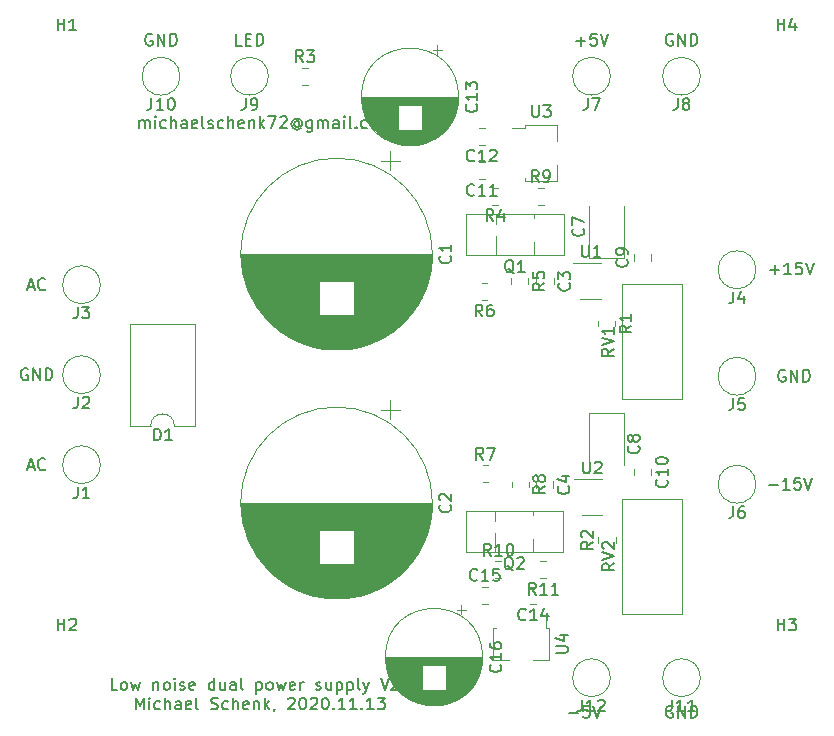
<source format=gbr>
G04 #@! TF.GenerationSoftware,KiCad,Pcbnew,(5.1.8-0-10_14)*
G04 #@! TF.CreationDate,2020-11-13T17:03:07+01:00*
G04 #@! TF.ProjectId,lv-lownoise-psu,6c762d6c-6f77-46e6-9f69-73652d707375,rev?*
G04 #@! TF.SameCoordinates,Original*
G04 #@! TF.FileFunction,Legend,Top*
G04 #@! TF.FilePolarity,Positive*
%FSLAX46Y46*%
G04 Gerber Fmt 4.6, Leading zero omitted, Abs format (unit mm)*
G04 Created by KiCad (PCBNEW (5.1.8-0-10_14)) date 2020-11-13 17:03:07*
%MOMM*%
%LPD*%
G01*
G04 APERTURE LIST*
%ADD10C,0.150000*%
%ADD11C,0.120000*%
G04 APERTURE END LIST*
D10*
X92329095Y-33409000D02*
X92233857Y-33361380D01*
X92091000Y-33361380D01*
X91948142Y-33409000D01*
X91852904Y-33504238D01*
X91805285Y-33599476D01*
X91757666Y-33789952D01*
X91757666Y-33932809D01*
X91805285Y-34123285D01*
X91852904Y-34218523D01*
X91948142Y-34313761D01*
X92091000Y-34361380D01*
X92186238Y-34361380D01*
X92329095Y-34313761D01*
X92376714Y-34266142D01*
X92376714Y-33932809D01*
X92186238Y-33932809D01*
X92805285Y-34361380D02*
X92805285Y-33361380D01*
X93376714Y-34361380D01*
X93376714Y-33361380D01*
X93852904Y-34361380D02*
X93852904Y-33361380D01*
X94091000Y-33361380D01*
X94233857Y-33409000D01*
X94329095Y-33504238D01*
X94376714Y-33599476D01*
X94424333Y-33789952D01*
X94424333Y-33932809D01*
X94376714Y-34123285D01*
X94329095Y-34218523D01*
X94233857Y-34313761D01*
X94091000Y-34361380D01*
X93852904Y-34361380D01*
X99941142Y-34361380D02*
X99464952Y-34361380D01*
X99464952Y-33361380D01*
X100274476Y-33837571D02*
X100607809Y-33837571D01*
X100750666Y-34361380D02*
X100274476Y-34361380D01*
X100274476Y-33361380D01*
X100750666Y-33361380D01*
X101179238Y-34361380D02*
X101179238Y-33361380D01*
X101417333Y-33361380D01*
X101560190Y-33409000D01*
X101655428Y-33504238D01*
X101703047Y-33599476D01*
X101750666Y-33789952D01*
X101750666Y-33932809D01*
X101703047Y-34123285D01*
X101655428Y-34218523D01*
X101560190Y-34313761D01*
X101417333Y-34361380D01*
X101179238Y-34361380D01*
X127619285Y-90876428D02*
X128381190Y-90876428D01*
X129333571Y-90257380D02*
X128857380Y-90257380D01*
X128809761Y-90733571D01*
X128857380Y-90685952D01*
X128952619Y-90638333D01*
X129190714Y-90638333D01*
X129285952Y-90685952D01*
X129333571Y-90733571D01*
X129381190Y-90828809D01*
X129381190Y-91066904D01*
X129333571Y-91162142D01*
X129285952Y-91209761D01*
X129190714Y-91257380D01*
X128952619Y-91257380D01*
X128857380Y-91209761D01*
X128809761Y-91162142D01*
X129666904Y-90257380D02*
X130000238Y-91257380D01*
X130333571Y-90257380D01*
X136398095Y-90305000D02*
X136302857Y-90257380D01*
X136160000Y-90257380D01*
X136017142Y-90305000D01*
X135921904Y-90400238D01*
X135874285Y-90495476D01*
X135826666Y-90685952D01*
X135826666Y-90828809D01*
X135874285Y-91019285D01*
X135921904Y-91114523D01*
X136017142Y-91209761D01*
X136160000Y-91257380D01*
X136255238Y-91257380D01*
X136398095Y-91209761D01*
X136445714Y-91162142D01*
X136445714Y-90828809D01*
X136255238Y-90828809D01*
X136874285Y-91257380D02*
X136874285Y-90257380D01*
X137445714Y-91257380D01*
X137445714Y-90257380D01*
X137921904Y-91257380D02*
X137921904Y-90257380D01*
X138160000Y-90257380D01*
X138302857Y-90305000D01*
X138398095Y-90400238D01*
X138445714Y-90495476D01*
X138493333Y-90685952D01*
X138493333Y-90828809D01*
X138445714Y-91019285D01*
X138398095Y-91114523D01*
X138302857Y-91209761D01*
X138160000Y-91257380D01*
X137921904Y-91257380D01*
X136398095Y-33409000D02*
X136302857Y-33361380D01*
X136160000Y-33361380D01*
X136017142Y-33409000D01*
X135921904Y-33504238D01*
X135874285Y-33599476D01*
X135826666Y-33789952D01*
X135826666Y-33932809D01*
X135874285Y-34123285D01*
X135921904Y-34218523D01*
X136017142Y-34313761D01*
X136160000Y-34361380D01*
X136255238Y-34361380D01*
X136398095Y-34313761D01*
X136445714Y-34266142D01*
X136445714Y-33932809D01*
X136255238Y-33932809D01*
X136874285Y-34361380D02*
X136874285Y-33361380D01*
X137445714Y-34361380D01*
X137445714Y-33361380D01*
X137921904Y-34361380D02*
X137921904Y-33361380D01*
X138160000Y-33361380D01*
X138302857Y-33409000D01*
X138398095Y-33504238D01*
X138445714Y-33599476D01*
X138493333Y-33789952D01*
X138493333Y-33932809D01*
X138445714Y-34123285D01*
X138398095Y-34218523D01*
X138302857Y-34313761D01*
X138160000Y-34361380D01*
X137921904Y-34361380D01*
X128254285Y-33980428D02*
X129016190Y-33980428D01*
X128635238Y-34361380D02*
X128635238Y-33599476D01*
X129968571Y-33361380D02*
X129492380Y-33361380D01*
X129444761Y-33837571D01*
X129492380Y-33789952D01*
X129587619Y-33742333D01*
X129825714Y-33742333D01*
X129920952Y-33789952D01*
X129968571Y-33837571D01*
X130016190Y-33932809D01*
X130016190Y-34170904D01*
X129968571Y-34266142D01*
X129920952Y-34313761D01*
X129825714Y-34361380D01*
X129587619Y-34361380D01*
X129492380Y-34313761D01*
X129444761Y-34266142D01*
X130301904Y-33361380D02*
X130635238Y-34361380D01*
X130968571Y-33361380D01*
X89401571Y-88908380D02*
X88925380Y-88908380D01*
X88925380Y-87908380D01*
X89877761Y-88908380D02*
X89782523Y-88860761D01*
X89734904Y-88813142D01*
X89687285Y-88717904D01*
X89687285Y-88432190D01*
X89734904Y-88336952D01*
X89782523Y-88289333D01*
X89877761Y-88241714D01*
X90020619Y-88241714D01*
X90115857Y-88289333D01*
X90163476Y-88336952D01*
X90211095Y-88432190D01*
X90211095Y-88717904D01*
X90163476Y-88813142D01*
X90115857Y-88860761D01*
X90020619Y-88908380D01*
X89877761Y-88908380D01*
X90544428Y-88241714D02*
X90734904Y-88908380D01*
X90925380Y-88432190D01*
X91115857Y-88908380D01*
X91306333Y-88241714D01*
X92449190Y-88241714D02*
X92449190Y-88908380D01*
X92449190Y-88336952D02*
X92496809Y-88289333D01*
X92592047Y-88241714D01*
X92734904Y-88241714D01*
X92830142Y-88289333D01*
X92877761Y-88384571D01*
X92877761Y-88908380D01*
X93496809Y-88908380D02*
X93401571Y-88860761D01*
X93353952Y-88813142D01*
X93306333Y-88717904D01*
X93306333Y-88432190D01*
X93353952Y-88336952D01*
X93401571Y-88289333D01*
X93496809Y-88241714D01*
X93639666Y-88241714D01*
X93734904Y-88289333D01*
X93782523Y-88336952D01*
X93830142Y-88432190D01*
X93830142Y-88717904D01*
X93782523Y-88813142D01*
X93734904Y-88860761D01*
X93639666Y-88908380D01*
X93496809Y-88908380D01*
X94258714Y-88908380D02*
X94258714Y-88241714D01*
X94258714Y-87908380D02*
X94211095Y-87956000D01*
X94258714Y-88003619D01*
X94306333Y-87956000D01*
X94258714Y-87908380D01*
X94258714Y-88003619D01*
X94687285Y-88860761D02*
X94782523Y-88908380D01*
X94973000Y-88908380D01*
X95068238Y-88860761D01*
X95115857Y-88765523D01*
X95115857Y-88717904D01*
X95068238Y-88622666D01*
X94973000Y-88575047D01*
X94830142Y-88575047D01*
X94734904Y-88527428D01*
X94687285Y-88432190D01*
X94687285Y-88384571D01*
X94734904Y-88289333D01*
X94830142Y-88241714D01*
X94973000Y-88241714D01*
X95068238Y-88289333D01*
X95925380Y-88860761D02*
X95830142Y-88908380D01*
X95639666Y-88908380D01*
X95544428Y-88860761D01*
X95496809Y-88765523D01*
X95496809Y-88384571D01*
X95544428Y-88289333D01*
X95639666Y-88241714D01*
X95830142Y-88241714D01*
X95925380Y-88289333D01*
X95973000Y-88384571D01*
X95973000Y-88479809D01*
X95496809Y-88575047D01*
X97592047Y-88908380D02*
X97592047Y-87908380D01*
X97592047Y-88860761D02*
X97496809Y-88908380D01*
X97306333Y-88908380D01*
X97211095Y-88860761D01*
X97163476Y-88813142D01*
X97115857Y-88717904D01*
X97115857Y-88432190D01*
X97163476Y-88336952D01*
X97211095Y-88289333D01*
X97306333Y-88241714D01*
X97496809Y-88241714D01*
X97592047Y-88289333D01*
X98496809Y-88241714D02*
X98496809Y-88908380D01*
X98068238Y-88241714D02*
X98068238Y-88765523D01*
X98115857Y-88860761D01*
X98211095Y-88908380D01*
X98353952Y-88908380D01*
X98449190Y-88860761D01*
X98496809Y-88813142D01*
X99401571Y-88908380D02*
X99401571Y-88384571D01*
X99353952Y-88289333D01*
X99258714Y-88241714D01*
X99068238Y-88241714D01*
X98973000Y-88289333D01*
X99401571Y-88860761D02*
X99306333Y-88908380D01*
X99068238Y-88908380D01*
X98973000Y-88860761D01*
X98925380Y-88765523D01*
X98925380Y-88670285D01*
X98973000Y-88575047D01*
X99068238Y-88527428D01*
X99306333Y-88527428D01*
X99401571Y-88479809D01*
X100020619Y-88908380D02*
X99925380Y-88860761D01*
X99877761Y-88765523D01*
X99877761Y-87908380D01*
X101163476Y-88241714D02*
X101163476Y-89241714D01*
X101163476Y-88289333D02*
X101258714Y-88241714D01*
X101449190Y-88241714D01*
X101544428Y-88289333D01*
X101592047Y-88336952D01*
X101639666Y-88432190D01*
X101639666Y-88717904D01*
X101592047Y-88813142D01*
X101544428Y-88860761D01*
X101449190Y-88908380D01*
X101258714Y-88908380D01*
X101163476Y-88860761D01*
X102211095Y-88908380D02*
X102115857Y-88860761D01*
X102068238Y-88813142D01*
X102020619Y-88717904D01*
X102020619Y-88432190D01*
X102068238Y-88336952D01*
X102115857Y-88289333D01*
X102211095Y-88241714D01*
X102353952Y-88241714D01*
X102449190Y-88289333D01*
X102496809Y-88336952D01*
X102544428Y-88432190D01*
X102544428Y-88717904D01*
X102496809Y-88813142D01*
X102449190Y-88860761D01*
X102353952Y-88908380D01*
X102211095Y-88908380D01*
X102877761Y-88241714D02*
X103068238Y-88908380D01*
X103258714Y-88432190D01*
X103449190Y-88908380D01*
X103639666Y-88241714D01*
X104401571Y-88860761D02*
X104306333Y-88908380D01*
X104115857Y-88908380D01*
X104020619Y-88860761D01*
X103973000Y-88765523D01*
X103973000Y-88384571D01*
X104020619Y-88289333D01*
X104115857Y-88241714D01*
X104306333Y-88241714D01*
X104401571Y-88289333D01*
X104449190Y-88384571D01*
X104449190Y-88479809D01*
X103973000Y-88575047D01*
X104877761Y-88908380D02*
X104877761Y-88241714D01*
X104877761Y-88432190D02*
X104925380Y-88336952D01*
X104973000Y-88289333D01*
X105068238Y-88241714D01*
X105163476Y-88241714D01*
X106211095Y-88860761D02*
X106306333Y-88908380D01*
X106496809Y-88908380D01*
X106592047Y-88860761D01*
X106639666Y-88765523D01*
X106639666Y-88717904D01*
X106592047Y-88622666D01*
X106496809Y-88575047D01*
X106353952Y-88575047D01*
X106258714Y-88527428D01*
X106211095Y-88432190D01*
X106211095Y-88384571D01*
X106258714Y-88289333D01*
X106353952Y-88241714D01*
X106496809Y-88241714D01*
X106592047Y-88289333D01*
X107496809Y-88241714D02*
X107496809Y-88908380D01*
X107068238Y-88241714D02*
X107068238Y-88765523D01*
X107115857Y-88860761D01*
X107211095Y-88908380D01*
X107353952Y-88908380D01*
X107449190Y-88860761D01*
X107496809Y-88813142D01*
X107973000Y-88241714D02*
X107973000Y-89241714D01*
X107973000Y-88289333D02*
X108068238Y-88241714D01*
X108258714Y-88241714D01*
X108353952Y-88289333D01*
X108401571Y-88336952D01*
X108449190Y-88432190D01*
X108449190Y-88717904D01*
X108401571Y-88813142D01*
X108353952Y-88860761D01*
X108258714Y-88908380D01*
X108068238Y-88908380D01*
X107973000Y-88860761D01*
X108877761Y-88241714D02*
X108877761Y-89241714D01*
X108877761Y-88289333D02*
X108973000Y-88241714D01*
X109163476Y-88241714D01*
X109258714Y-88289333D01*
X109306333Y-88336952D01*
X109353952Y-88432190D01*
X109353952Y-88717904D01*
X109306333Y-88813142D01*
X109258714Y-88860761D01*
X109163476Y-88908380D01*
X108973000Y-88908380D01*
X108877761Y-88860761D01*
X109925380Y-88908380D02*
X109830142Y-88860761D01*
X109782523Y-88765523D01*
X109782523Y-87908380D01*
X110211095Y-88241714D02*
X110449190Y-88908380D01*
X110687285Y-88241714D02*
X110449190Y-88908380D01*
X110353952Y-89146476D01*
X110306333Y-89194095D01*
X110211095Y-89241714D01*
X111687285Y-87908380D02*
X112020619Y-88908380D01*
X112353952Y-87908380D01*
X112639666Y-88003619D02*
X112687285Y-87956000D01*
X112782523Y-87908380D01*
X113020619Y-87908380D01*
X113115857Y-87956000D01*
X113163476Y-88003619D01*
X113211095Y-88098857D01*
X113211095Y-88194095D01*
X113163476Y-88336952D01*
X112592047Y-88908380D01*
X113211095Y-88908380D01*
X114068238Y-88860761D02*
X113973000Y-88908380D01*
X113782523Y-88908380D01*
X113687285Y-88860761D01*
X113639666Y-88813142D01*
X113592047Y-88717904D01*
X113592047Y-88432190D01*
X113639666Y-88336952D01*
X113687285Y-88289333D01*
X113782523Y-88241714D01*
X113973000Y-88241714D01*
X114068238Y-88289333D01*
X90949190Y-90558380D02*
X90949190Y-89558380D01*
X91282523Y-90272666D01*
X91615857Y-89558380D01*
X91615857Y-90558380D01*
X92092047Y-90558380D02*
X92092047Y-89891714D01*
X92092047Y-89558380D02*
X92044428Y-89606000D01*
X92092047Y-89653619D01*
X92139666Y-89606000D01*
X92092047Y-89558380D01*
X92092047Y-89653619D01*
X92996809Y-90510761D02*
X92901571Y-90558380D01*
X92711095Y-90558380D01*
X92615857Y-90510761D01*
X92568238Y-90463142D01*
X92520619Y-90367904D01*
X92520619Y-90082190D01*
X92568238Y-89986952D01*
X92615857Y-89939333D01*
X92711095Y-89891714D01*
X92901571Y-89891714D01*
X92996809Y-89939333D01*
X93425380Y-90558380D02*
X93425380Y-89558380D01*
X93853952Y-90558380D02*
X93853952Y-90034571D01*
X93806333Y-89939333D01*
X93711095Y-89891714D01*
X93568238Y-89891714D01*
X93473000Y-89939333D01*
X93425380Y-89986952D01*
X94758714Y-90558380D02*
X94758714Y-90034571D01*
X94711095Y-89939333D01*
X94615857Y-89891714D01*
X94425380Y-89891714D01*
X94330142Y-89939333D01*
X94758714Y-90510761D02*
X94663476Y-90558380D01*
X94425380Y-90558380D01*
X94330142Y-90510761D01*
X94282523Y-90415523D01*
X94282523Y-90320285D01*
X94330142Y-90225047D01*
X94425380Y-90177428D01*
X94663476Y-90177428D01*
X94758714Y-90129809D01*
X95615857Y-90510761D02*
X95520619Y-90558380D01*
X95330142Y-90558380D01*
X95234904Y-90510761D01*
X95187285Y-90415523D01*
X95187285Y-90034571D01*
X95234904Y-89939333D01*
X95330142Y-89891714D01*
X95520619Y-89891714D01*
X95615857Y-89939333D01*
X95663476Y-90034571D01*
X95663476Y-90129809D01*
X95187285Y-90225047D01*
X96234904Y-90558380D02*
X96139666Y-90510761D01*
X96092047Y-90415523D01*
X96092047Y-89558380D01*
X97330142Y-90510761D02*
X97473000Y-90558380D01*
X97711095Y-90558380D01*
X97806333Y-90510761D01*
X97853952Y-90463142D01*
X97901571Y-90367904D01*
X97901571Y-90272666D01*
X97853952Y-90177428D01*
X97806333Y-90129809D01*
X97711095Y-90082190D01*
X97520619Y-90034571D01*
X97425380Y-89986952D01*
X97377761Y-89939333D01*
X97330142Y-89844095D01*
X97330142Y-89748857D01*
X97377761Y-89653619D01*
X97425380Y-89606000D01*
X97520619Y-89558380D01*
X97758714Y-89558380D01*
X97901571Y-89606000D01*
X98758714Y-90510761D02*
X98663476Y-90558380D01*
X98473000Y-90558380D01*
X98377761Y-90510761D01*
X98330142Y-90463142D01*
X98282523Y-90367904D01*
X98282523Y-90082190D01*
X98330142Y-89986952D01*
X98377761Y-89939333D01*
X98473000Y-89891714D01*
X98663476Y-89891714D01*
X98758714Y-89939333D01*
X99187285Y-90558380D02*
X99187285Y-89558380D01*
X99615857Y-90558380D02*
X99615857Y-90034571D01*
X99568238Y-89939333D01*
X99473000Y-89891714D01*
X99330142Y-89891714D01*
X99234904Y-89939333D01*
X99187285Y-89986952D01*
X100473000Y-90510761D02*
X100377761Y-90558380D01*
X100187285Y-90558380D01*
X100092047Y-90510761D01*
X100044428Y-90415523D01*
X100044428Y-90034571D01*
X100092047Y-89939333D01*
X100187285Y-89891714D01*
X100377761Y-89891714D01*
X100473000Y-89939333D01*
X100520619Y-90034571D01*
X100520619Y-90129809D01*
X100044428Y-90225047D01*
X100949190Y-89891714D02*
X100949190Y-90558380D01*
X100949190Y-89986952D02*
X100996809Y-89939333D01*
X101092047Y-89891714D01*
X101234904Y-89891714D01*
X101330142Y-89939333D01*
X101377761Y-90034571D01*
X101377761Y-90558380D01*
X101853952Y-90558380D02*
X101853952Y-89558380D01*
X101949190Y-90177428D02*
X102234904Y-90558380D01*
X102234904Y-89891714D02*
X101853952Y-90272666D01*
X102711095Y-90510761D02*
X102711095Y-90558380D01*
X102663476Y-90653619D01*
X102615857Y-90701238D01*
X103853952Y-89653619D02*
X103901571Y-89606000D01*
X103996809Y-89558380D01*
X104234904Y-89558380D01*
X104330142Y-89606000D01*
X104377761Y-89653619D01*
X104425380Y-89748857D01*
X104425380Y-89844095D01*
X104377761Y-89986952D01*
X103806333Y-90558380D01*
X104425380Y-90558380D01*
X105044428Y-89558380D02*
X105139666Y-89558380D01*
X105234904Y-89606000D01*
X105282523Y-89653619D01*
X105330142Y-89748857D01*
X105377761Y-89939333D01*
X105377761Y-90177428D01*
X105330142Y-90367904D01*
X105282523Y-90463142D01*
X105234904Y-90510761D01*
X105139666Y-90558380D01*
X105044428Y-90558380D01*
X104949190Y-90510761D01*
X104901571Y-90463142D01*
X104853952Y-90367904D01*
X104806333Y-90177428D01*
X104806333Y-89939333D01*
X104853952Y-89748857D01*
X104901571Y-89653619D01*
X104949190Y-89606000D01*
X105044428Y-89558380D01*
X105758714Y-89653619D02*
X105806333Y-89606000D01*
X105901571Y-89558380D01*
X106139666Y-89558380D01*
X106234904Y-89606000D01*
X106282523Y-89653619D01*
X106330142Y-89748857D01*
X106330142Y-89844095D01*
X106282523Y-89986952D01*
X105711095Y-90558380D01*
X106330142Y-90558380D01*
X106949190Y-89558380D02*
X107044428Y-89558380D01*
X107139666Y-89606000D01*
X107187285Y-89653619D01*
X107234904Y-89748857D01*
X107282523Y-89939333D01*
X107282523Y-90177428D01*
X107234904Y-90367904D01*
X107187285Y-90463142D01*
X107139666Y-90510761D01*
X107044428Y-90558380D01*
X106949190Y-90558380D01*
X106853952Y-90510761D01*
X106806333Y-90463142D01*
X106758714Y-90367904D01*
X106711095Y-90177428D01*
X106711095Y-89939333D01*
X106758714Y-89748857D01*
X106806333Y-89653619D01*
X106853952Y-89606000D01*
X106949190Y-89558380D01*
X107711095Y-90463142D02*
X107758714Y-90510761D01*
X107711095Y-90558380D01*
X107663476Y-90510761D01*
X107711095Y-90463142D01*
X107711095Y-90558380D01*
X108711095Y-90558380D02*
X108139666Y-90558380D01*
X108425380Y-90558380D02*
X108425380Y-89558380D01*
X108330142Y-89701238D01*
X108234904Y-89796476D01*
X108139666Y-89844095D01*
X109663476Y-90558380D02*
X109092047Y-90558380D01*
X109377761Y-90558380D02*
X109377761Y-89558380D01*
X109282523Y-89701238D01*
X109187285Y-89796476D01*
X109092047Y-89844095D01*
X110092047Y-90463142D02*
X110139666Y-90510761D01*
X110092047Y-90558380D01*
X110044428Y-90510761D01*
X110092047Y-90463142D01*
X110092047Y-90558380D01*
X111092047Y-90558380D02*
X110520619Y-90558380D01*
X110806333Y-90558380D02*
X110806333Y-89558380D01*
X110711095Y-89701238D01*
X110615857Y-89796476D01*
X110520619Y-89844095D01*
X111425380Y-89558380D02*
X112044428Y-89558380D01*
X111711095Y-89939333D01*
X111853952Y-89939333D01*
X111949190Y-89986952D01*
X111996809Y-90034571D01*
X112044428Y-90129809D01*
X112044428Y-90367904D01*
X111996809Y-90463142D01*
X111949190Y-90510761D01*
X111853952Y-90558380D01*
X111568238Y-90558380D01*
X111473000Y-90510761D01*
X111425380Y-90463142D01*
X91266714Y-41346380D02*
X91266714Y-40679714D01*
X91266714Y-40774952D02*
X91314333Y-40727333D01*
X91409571Y-40679714D01*
X91552428Y-40679714D01*
X91647666Y-40727333D01*
X91695285Y-40822571D01*
X91695285Y-41346380D01*
X91695285Y-40822571D02*
X91742904Y-40727333D01*
X91838142Y-40679714D01*
X91981000Y-40679714D01*
X92076238Y-40727333D01*
X92123857Y-40822571D01*
X92123857Y-41346380D01*
X92600047Y-41346380D02*
X92600047Y-40679714D01*
X92600047Y-40346380D02*
X92552428Y-40394000D01*
X92600047Y-40441619D01*
X92647666Y-40394000D01*
X92600047Y-40346380D01*
X92600047Y-40441619D01*
X93504809Y-41298761D02*
X93409571Y-41346380D01*
X93219095Y-41346380D01*
X93123857Y-41298761D01*
X93076238Y-41251142D01*
X93028619Y-41155904D01*
X93028619Y-40870190D01*
X93076238Y-40774952D01*
X93123857Y-40727333D01*
X93219095Y-40679714D01*
X93409571Y-40679714D01*
X93504809Y-40727333D01*
X93933380Y-41346380D02*
X93933380Y-40346380D01*
X94361952Y-41346380D02*
X94361952Y-40822571D01*
X94314333Y-40727333D01*
X94219095Y-40679714D01*
X94076238Y-40679714D01*
X93981000Y-40727333D01*
X93933380Y-40774952D01*
X95266714Y-41346380D02*
X95266714Y-40822571D01*
X95219095Y-40727333D01*
X95123857Y-40679714D01*
X94933380Y-40679714D01*
X94838142Y-40727333D01*
X95266714Y-41298761D02*
X95171476Y-41346380D01*
X94933380Y-41346380D01*
X94838142Y-41298761D01*
X94790523Y-41203523D01*
X94790523Y-41108285D01*
X94838142Y-41013047D01*
X94933380Y-40965428D01*
X95171476Y-40965428D01*
X95266714Y-40917809D01*
X96123857Y-41298761D02*
X96028619Y-41346380D01*
X95838142Y-41346380D01*
X95742904Y-41298761D01*
X95695285Y-41203523D01*
X95695285Y-40822571D01*
X95742904Y-40727333D01*
X95838142Y-40679714D01*
X96028619Y-40679714D01*
X96123857Y-40727333D01*
X96171476Y-40822571D01*
X96171476Y-40917809D01*
X95695285Y-41013047D01*
X96742904Y-41346380D02*
X96647666Y-41298761D01*
X96600047Y-41203523D01*
X96600047Y-40346380D01*
X97076238Y-41298761D02*
X97171476Y-41346380D01*
X97361952Y-41346380D01*
X97457190Y-41298761D01*
X97504809Y-41203523D01*
X97504809Y-41155904D01*
X97457190Y-41060666D01*
X97361952Y-41013047D01*
X97219095Y-41013047D01*
X97123857Y-40965428D01*
X97076238Y-40870190D01*
X97076238Y-40822571D01*
X97123857Y-40727333D01*
X97219095Y-40679714D01*
X97361952Y-40679714D01*
X97457190Y-40727333D01*
X98361952Y-41298761D02*
X98266714Y-41346380D01*
X98076238Y-41346380D01*
X97981000Y-41298761D01*
X97933380Y-41251142D01*
X97885761Y-41155904D01*
X97885761Y-40870190D01*
X97933380Y-40774952D01*
X97981000Y-40727333D01*
X98076238Y-40679714D01*
X98266714Y-40679714D01*
X98361952Y-40727333D01*
X98790523Y-41346380D02*
X98790523Y-40346380D01*
X99219095Y-41346380D02*
X99219095Y-40822571D01*
X99171476Y-40727333D01*
X99076238Y-40679714D01*
X98933380Y-40679714D01*
X98838142Y-40727333D01*
X98790523Y-40774952D01*
X100076238Y-41298761D02*
X99981000Y-41346380D01*
X99790523Y-41346380D01*
X99695285Y-41298761D01*
X99647666Y-41203523D01*
X99647666Y-40822571D01*
X99695285Y-40727333D01*
X99790523Y-40679714D01*
X99981000Y-40679714D01*
X100076238Y-40727333D01*
X100123857Y-40822571D01*
X100123857Y-40917809D01*
X99647666Y-41013047D01*
X100552428Y-40679714D02*
X100552428Y-41346380D01*
X100552428Y-40774952D02*
X100600047Y-40727333D01*
X100695285Y-40679714D01*
X100838142Y-40679714D01*
X100933380Y-40727333D01*
X100981000Y-40822571D01*
X100981000Y-41346380D01*
X101457190Y-41346380D02*
X101457190Y-40346380D01*
X101552428Y-40965428D02*
X101838142Y-41346380D01*
X101838142Y-40679714D02*
X101457190Y-41060666D01*
X102171476Y-40346380D02*
X102838142Y-40346380D01*
X102409571Y-41346380D01*
X103171476Y-40441619D02*
X103219095Y-40394000D01*
X103314333Y-40346380D01*
X103552428Y-40346380D01*
X103647666Y-40394000D01*
X103695285Y-40441619D01*
X103742904Y-40536857D01*
X103742904Y-40632095D01*
X103695285Y-40774952D01*
X103123857Y-41346380D01*
X103742904Y-41346380D01*
X104790523Y-40870190D02*
X104742904Y-40822571D01*
X104647666Y-40774952D01*
X104552428Y-40774952D01*
X104457190Y-40822571D01*
X104409571Y-40870190D01*
X104361952Y-40965428D01*
X104361952Y-41060666D01*
X104409571Y-41155904D01*
X104457190Y-41203523D01*
X104552428Y-41251142D01*
X104647666Y-41251142D01*
X104742904Y-41203523D01*
X104790523Y-41155904D01*
X104790523Y-40774952D02*
X104790523Y-41155904D01*
X104838142Y-41203523D01*
X104885761Y-41203523D01*
X104981000Y-41155904D01*
X105028619Y-41060666D01*
X105028619Y-40822571D01*
X104933380Y-40679714D01*
X104790523Y-40584476D01*
X104600047Y-40536857D01*
X104409571Y-40584476D01*
X104266714Y-40679714D01*
X104171476Y-40822571D01*
X104123857Y-41013047D01*
X104171476Y-41203523D01*
X104266714Y-41346380D01*
X104409571Y-41441619D01*
X104600047Y-41489238D01*
X104790523Y-41441619D01*
X104933380Y-41346380D01*
X105885761Y-40679714D02*
X105885761Y-41489238D01*
X105838142Y-41584476D01*
X105790523Y-41632095D01*
X105695285Y-41679714D01*
X105552428Y-41679714D01*
X105457190Y-41632095D01*
X105885761Y-41298761D02*
X105790523Y-41346380D01*
X105600047Y-41346380D01*
X105504809Y-41298761D01*
X105457190Y-41251142D01*
X105409571Y-41155904D01*
X105409571Y-40870190D01*
X105457190Y-40774952D01*
X105504809Y-40727333D01*
X105600047Y-40679714D01*
X105790523Y-40679714D01*
X105885761Y-40727333D01*
X106361952Y-41346380D02*
X106361952Y-40679714D01*
X106361952Y-40774952D02*
X106409571Y-40727333D01*
X106504809Y-40679714D01*
X106647666Y-40679714D01*
X106742904Y-40727333D01*
X106790523Y-40822571D01*
X106790523Y-41346380D01*
X106790523Y-40822571D02*
X106838142Y-40727333D01*
X106933380Y-40679714D01*
X107076238Y-40679714D01*
X107171476Y-40727333D01*
X107219095Y-40822571D01*
X107219095Y-41346380D01*
X108123857Y-41346380D02*
X108123857Y-40822571D01*
X108076238Y-40727333D01*
X107981000Y-40679714D01*
X107790523Y-40679714D01*
X107695285Y-40727333D01*
X108123857Y-41298761D02*
X108028619Y-41346380D01*
X107790523Y-41346380D01*
X107695285Y-41298761D01*
X107647666Y-41203523D01*
X107647666Y-41108285D01*
X107695285Y-41013047D01*
X107790523Y-40965428D01*
X108028619Y-40965428D01*
X108123857Y-40917809D01*
X108600047Y-41346380D02*
X108600047Y-40679714D01*
X108600047Y-40346380D02*
X108552428Y-40394000D01*
X108600047Y-40441619D01*
X108647666Y-40394000D01*
X108600047Y-40346380D01*
X108600047Y-40441619D01*
X109219095Y-41346380D02*
X109123857Y-41298761D01*
X109076238Y-41203523D01*
X109076238Y-40346380D01*
X109600047Y-41251142D02*
X109647666Y-41298761D01*
X109600047Y-41346380D01*
X109552428Y-41298761D01*
X109600047Y-41251142D01*
X109600047Y-41346380D01*
X110504809Y-41298761D02*
X110409571Y-41346380D01*
X110219095Y-41346380D01*
X110123857Y-41298761D01*
X110076238Y-41251142D01*
X110028619Y-41155904D01*
X110028619Y-40870190D01*
X110076238Y-40774952D01*
X110123857Y-40727333D01*
X110219095Y-40679714D01*
X110409571Y-40679714D01*
X110504809Y-40727333D01*
X111076238Y-41346380D02*
X110981000Y-41298761D01*
X110933380Y-41251142D01*
X110885761Y-41155904D01*
X110885761Y-40870190D01*
X110933380Y-40774952D01*
X110981000Y-40727333D01*
X111076238Y-40679714D01*
X111219095Y-40679714D01*
X111314333Y-40727333D01*
X111361952Y-40774952D01*
X111409571Y-40870190D01*
X111409571Y-41155904D01*
X111361952Y-41251142D01*
X111314333Y-41298761D01*
X111219095Y-41346380D01*
X111076238Y-41346380D01*
X111838142Y-41346380D02*
X111838142Y-40679714D01*
X111838142Y-40774952D02*
X111885761Y-40727333D01*
X111981000Y-40679714D01*
X112123857Y-40679714D01*
X112219095Y-40727333D01*
X112266714Y-40822571D01*
X112266714Y-41346380D01*
X112266714Y-40822571D02*
X112314333Y-40727333D01*
X112409571Y-40679714D01*
X112552428Y-40679714D01*
X112647666Y-40727333D01*
X112695285Y-40822571D01*
X112695285Y-41346380D01*
X81788095Y-61730000D02*
X81692857Y-61682380D01*
X81550000Y-61682380D01*
X81407142Y-61730000D01*
X81311904Y-61825238D01*
X81264285Y-61920476D01*
X81216666Y-62110952D01*
X81216666Y-62253809D01*
X81264285Y-62444285D01*
X81311904Y-62539523D01*
X81407142Y-62634761D01*
X81550000Y-62682380D01*
X81645238Y-62682380D01*
X81788095Y-62634761D01*
X81835714Y-62587142D01*
X81835714Y-62253809D01*
X81645238Y-62253809D01*
X82264285Y-62682380D02*
X82264285Y-61682380D01*
X82835714Y-62682380D01*
X82835714Y-61682380D01*
X83311904Y-62682380D02*
X83311904Y-61682380D01*
X83550000Y-61682380D01*
X83692857Y-61730000D01*
X83788095Y-61825238D01*
X83835714Y-61920476D01*
X83883333Y-62110952D01*
X83883333Y-62253809D01*
X83835714Y-62444285D01*
X83788095Y-62539523D01*
X83692857Y-62634761D01*
X83550000Y-62682380D01*
X83311904Y-62682380D01*
X81811904Y-70016666D02*
X82288095Y-70016666D01*
X81716666Y-70302380D02*
X82050000Y-69302380D01*
X82383333Y-70302380D01*
X83288095Y-70207142D02*
X83240476Y-70254761D01*
X83097619Y-70302380D01*
X83002380Y-70302380D01*
X82859523Y-70254761D01*
X82764285Y-70159523D01*
X82716666Y-70064285D01*
X82669047Y-69873809D01*
X82669047Y-69730952D01*
X82716666Y-69540476D01*
X82764285Y-69445238D01*
X82859523Y-69350000D01*
X83002380Y-69302380D01*
X83097619Y-69302380D01*
X83240476Y-69350000D01*
X83288095Y-69397619D01*
X81811904Y-54776666D02*
X82288095Y-54776666D01*
X81716666Y-55062380D02*
X82050000Y-54062380D01*
X82383333Y-55062380D01*
X83288095Y-54967142D02*
X83240476Y-55014761D01*
X83097619Y-55062380D01*
X83002380Y-55062380D01*
X82859523Y-55014761D01*
X82764285Y-54919523D01*
X82716666Y-54824285D01*
X82669047Y-54633809D01*
X82669047Y-54490952D01*
X82716666Y-54300476D01*
X82764285Y-54205238D01*
X82859523Y-54110000D01*
X83002380Y-54062380D01*
X83097619Y-54062380D01*
X83240476Y-54110000D01*
X83288095Y-54157619D01*
X144542095Y-71572428D02*
X145304000Y-71572428D01*
X146304000Y-71953380D02*
X145732571Y-71953380D01*
X146018285Y-71953380D02*
X146018285Y-70953380D01*
X145923047Y-71096238D01*
X145827809Y-71191476D01*
X145732571Y-71239095D01*
X147208761Y-70953380D02*
X146732571Y-70953380D01*
X146684952Y-71429571D01*
X146732571Y-71381952D01*
X146827809Y-71334333D01*
X147065904Y-71334333D01*
X147161142Y-71381952D01*
X147208761Y-71429571D01*
X147256380Y-71524809D01*
X147256380Y-71762904D01*
X147208761Y-71858142D01*
X147161142Y-71905761D01*
X147065904Y-71953380D01*
X146827809Y-71953380D01*
X146732571Y-71905761D01*
X146684952Y-71858142D01*
X147542095Y-70953380D02*
X147875428Y-71953380D01*
X148208761Y-70953380D01*
X145923095Y-61857000D02*
X145827857Y-61809380D01*
X145685000Y-61809380D01*
X145542142Y-61857000D01*
X145446904Y-61952238D01*
X145399285Y-62047476D01*
X145351666Y-62237952D01*
X145351666Y-62380809D01*
X145399285Y-62571285D01*
X145446904Y-62666523D01*
X145542142Y-62761761D01*
X145685000Y-62809380D01*
X145780238Y-62809380D01*
X145923095Y-62761761D01*
X145970714Y-62714142D01*
X145970714Y-62380809D01*
X145780238Y-62380809D01*
X146399285Y-62809380D02*
X146399285Y-61809380D01*
X146970714Y-62809380D01*
X146970714Y-61809380D01*
X147446904Y-62809380D02*
X147446904Y-61809380D01*
X147685000Y-61809380D01*
X147827857Y-61857000D01*
X147923095Y-61952238D01*
X147970714Y-62047476D01*
X148018333Y-62237952D01*
X148018333Y-62380809D01*
X147970714Y-62571285D01*
X147923095Y-62666523D01*
X147827857Y-62761761D01*
X147685000Y-62809380D01*
X147446904Y-62809380D01*
X144669095Y-53360628D02*
X145431000Y-53360628D01*
X145050047Y-53741580D02*
X145050047Y-52979676D01*
X146431000Y-53741580D02*
X145859571Y-53741580D01*
X146145285Y-53741580D02*
X146145285Y-52741580D01*
X146050047Y-52884438D01*
X145954809Y-52979676D01*
X145859571Y-53027295D01*
X147335761Y-52741580D02*
X146859571Y-52741580D01*
X146811952Y-53217771D01*
X146859571Y-53170152D01*
X146954809Y-53122533D01*
X147192904Y-53122533D01*
X147288142Y-53170152D01*
X147335761Y-53217771D01*
X147383380Y-53313009D01*
X147383380Y-53551104D01*
X147335761Y-53646342D01*
X147288142Y-53693961D01*
X147192904Y-53741580D01*
X146954809Y-53741580D01*
X146859571Y-53693961D01*
X146811952Y-53646342D01*
X147669095Y-52741580D02*
X148002428Y-53741580D01*
X148335761Y-52741580D01*
D11*
X118920000Y-82124302D02*
X118120000Y-82124302D01*
X118520000Y-81724302D02*
X118520000Y-82524302D01*
X116738000Y-90215000D02*
X115672000Y-90215000D01*
X116973000Y-90175000D02*
X115437000Y-90175000D01*
X117153000Y-90135000D02*
X115257000Y-90135000D01*
X117303000Y-90095000D02*
X115107000Y-90095000D01*
X117434000Y-90055000D02*
X114976000Y-90055000D01*
X117551000Y-90015000D02*
X114859000Y-90015000D01*
X117658000Y-89975000D02*
X114752000Y-89975000D01*
X117757000Y-89935000D02*
X114653000Y-89935000D01*
X117850000Y-89895000D02*
X114560000Y-89895000D01*
X117936000Y-89855000D02*
X114474000Y-89855000D01*
X118018000Y-89815000D02*
X114392000Y-89815000D01*
X118095000Y-89775000D02*
X114315000Y-89775000D01*
X118169000Y-89735000D02*
X114241000Y-89735000D01*
X118239000Y-89695000D02*
X114171000Y-89695000D01*
X118307000Y-89655000D02*
X114103000Y-89655000D01*
X118371000Y-89615000D02*
X114039000Y-89615000D01*
X118433000Y-89575000D02*
X113977000Y-89575000D01*
X118492000Y-89535000D02*
X113918000Y-89535000D01*
X118550000Y-89495000D02*
X113860000Y-89495000D01*
X118605000Y-89455000D02*
X113805000Y-89455000D01*
X118659000Y-89415000D02*
X113751000Y-89415000D01*
X118710000Y-89375000D02*
X113700000Y-89375000D01*
X118761000Y-89335000D02*
X113649000Y-89335000D01*
X118809000Y-89295000D02*
X113601000Y-89295000D01*
X118856000Y-89255000D02*
X113554000Y-89255000D01*
X118902000Y-89215000D02*
X113508000Y-89215000D01*
X118946000Y-89175000D02*
X113464000Y-89175000D01*
X118989000Y-89135000D02*
X113421000Y-89135000D01*
X119031000Y-89095000D02*
X113379000Y-89095000D01*
X119072000Y-89055000D02*
X113338000Y-89055000D01*
X119112000Y-89015000D02*
X113298000Y-89015000D01*
X119150000Y-88975000D02*
X113260000Y-88975000D01*
X119188000Y-88935000D02*
X113222000Y-88935000D01*
X115165000Y-88895000D02*
X113186000Y-88895000D01*
X119224000Y-88895000D02*
X117245000Y-88895000D01*
X115165000Y-88855000D02*
X113150000Y-88855000D01*
X119260000Y-88855000D02*
X117245000Y-88855000D01*
X115165000Y-88815000D02*
X113115000Y-88815000D01*
X119295000Y-88815000D02*
X117245000Y-88815000D01*
X115165000Y-88775000D02*
X113081000Y-88775000D01*
X119329000Y-88775000D02*
X117245000Y-88775000D01*
X115165000Y-88735000D02*
X113049000Y-88735000D01*
X119361000Y-88735000D02*
X117245000Y-88735000D01*
X115165000Y-88695000D02*
X113016000Y-88695000D01*
X119394000Y-88695000D02*
X117245000Y-88695000D01*
X115165000Y-88655000D02*
X112985000Y-88655000D01*
X119425000Y-88655000D02*
X117245000Y-88655000D01*
X115165000Y-88615000D02*
X112955000Y-88615000D01*
X119455000Y-88615000D02*
X117245000Y-88615000D01*
X115165000Y-88575000D02*
X112925000Y-88575000D01*
X119485000Y-88575000D02*
X117245000Y-88575000D01*
X115165000Y-88535000D02*
X112896000Y-88535000D01*
X119514000Y-88535000D02*
X117245000Y-88535000D01*
X115165000Y-88495000D02*
X112867000Y-88495000D01*
X119543000Y-88495000D02*
X117245000Y-88495000D01*
X115165000Y-88455000D02*
X112840000Y-88455000D01*
X119570000Y-88455000D02*
X117245000Y-88455000D01*
X115165000Y-88415000D02*
X112813000Y-88415000D01*
X119597000Y-88415000D02*
X117245000Y-88415000D01*
X115165000Y-88375000D02*
X112787000Y-88375000D01*
X119623000Y-88375000D02*
X117245000Y-88375000D01*
X115165000Y-88335000D02*
X112761000Y-88335000D01*
X119649000Y-88335000D02*
X117245000Y-88335000D01*
X115165000Y-88295000D02*
X112736000Y-88295000D01*
X119674000Y-88295000D02*
X117245000Y-88295000D01*
X115165000Y-88255000D02*
X112712000Y-88255000D01*
X119698000Y-88255000D02*
X117245000Y-88255000D01*
X115165000Y-88215000D02*
X112688000Y-88215000D01*
X119722000Y-88215000D02*
X117245000Y-88215000D01*
X115165000Y-88175000D02*
X112665000Y-88175000D01*
X119745000Y-88175000D02*
X117245000Y-88175000D01*
X115165000Y-88135000D02*
X112643000Y-88135000D01*
X119767000Y-88135000D02*
X117245000Y-88135000D01*
X115165000Y-88095000D02*
X112621000Y-88095000D01*
X119789000Y-88095000D02*
X117245000Y-88095000D01*
X115165000Y-88055000D02*
X112599000Y-88055000D01*
X119811000Y-88055000D02*
X117245000Y-88055000D01*
X115165000Y-88015000D02*
X112578000Y-88015000D01*
X119832000Y-88015000D02*
X117245000Y-88015000D01*
X115165000Y-87975000D02*
X112558000Y-87975000D01*
X119852000Y-87975000D02*
X117245000Y-87975000D01*
X115165000Y-87935000D02*
X112539000Y-87935000D01*
X119871000Y-87935000D02*
X117245000Y-87935000D01*
X115165000Y-87895000D02*
X112519000Y-87895000D01*
X119891000Y-87895000D02*
X117245000Y-87895000D01*
X115165000Y-87855000D02*
X112501000Y-87855000D01*
X119909000Y-87855000D02*
X117245000Y-87855000D01*
X115165000Y-87815000D02*
X112483000Y-87815000D01*
X119927000Y-87815000D02*
X117245000Y-87815000D01*
X115165000Y-87775000D02*
X112465000Y-87775000D01*
X119945000Y-87775000D02*
X117245000Y-87775000D01*
X115165000Y-87735000D02*
X112448000Y-87735000D01*
X119962000Y-87735000D02*
X117245000Y-87735000D01*
X115165000Y-87695000D02*
X112431000Y-87695000D01*
X119979000Y-87695000D02*
X117245000Y-87695000D01*
X115165000Y-87655000D02*
X112415000Y-87655000D01*
X119995000Y-87655000D02*
X117245000Y-87655000D01*
X115165000Y-87615000D02*
X112400000Y-87615000D01*
X120010000Y-87615000D02*
X117245000Y-87615000D01*
X115165000Y-87575000D02*
X112384000Y-87575000D01*
X120026000Y-87575000D02*
X117245000Y-87575000D01*
X115165000Y-87535000D02*
X112370000Y-87535000D01*
X120040000Y-87535000D02*
X117245000Y-87535000D01*
X115165000Y-87495000D02*
X112355000Y-87495000D01*
X120055000Y-87495000D02*
X117245000Y-87495000D01*
X115165000Y-87455000D02*
X112342000Y-87455000D01*
X120068000Y-87455000D02*
X117245000Y-87455000D01*
X115165000Y-87415000D02*
X112328000Y-87415000D01*
X120082000Y-87415000D02*
X117245000Y-87415000D01*
X115165000Y-87375000D02*
X112316000Y-87375000D01*
X120094000Y-87375000D02*
X117245000Y-87375000D01*
X115165000Y-87335000D02*
X112303000Y-87335000D01*
X120107000Y-87335000D02*
X117245000Y-87335000D01*
X115165000Y-87295000D02*
X112291000Y-87295000D01*
X120119000Y-87295000D02*
X117245000Y-87295000D01*
X115165000Y-87255000D02*
X112280000Y-87255000D01*
X120130000Y-87255000D02*
X117245000Y-87255000D01*
X115165000Y-87215000D02*
X112269000Y-87215000D01*
X120141000Y-87215000D02*
X117245000Y-87215000D01*
X115165000Y-87175000D02*
X112258000Y-87175000D01*
X120152000Y-87175000D02*
X117245000Y-87175000D01*
X115165000Y-87135000D02*
X112248000Y-87135000D01*
X120162000Y-87135000D02*
X117245000Y-87135000D01*
X115165000Y-87095000D02*
X112238000Y-87095000D01*
X120172000Y-87095000D02*
X117245000Y-87095000D01*
X115165000Y-87055000D02*
X112229000Y-87055000D01*
X120181000Y-87055000D02*
X117245000Y-87055000D01*
X115165000Y-87015000D02*
X112220000Y-87015000D01*
X120190000Y-87015000D02*
X117245000Y-87015000D01*
X115165000Y-86975000D02*
X112211000Y-86975000D01*
X120199000Y-86975000D02*
X117245000Y-86975000D01*
X115165000Y-86935000D02*
X112203000Y-86935000D01*
X120207000Y-86935000D02*
X117245000Y-86935000D01*
X115165000Y-86895000D02*
X112195000Y-86895000D01*
X120215000Y-86895000D02*
X117245000Y-86895000D01*
X115165000Y-86855000D02*
X112188000Y-86855000D01*
X120222000Y-86855000D02*
X117245000Y-86855000D01*
X120229000Y-86814000D02*
X112181000Y-86814000D01*
X120235000Y-86774000D02*
X112175000Y-86774000D01*
X120242000Y-86734000D02*
X112168000Y-86734000D01*
X120247000Y-86694000D02*
X112163000Y-86694000D01*
X120253000Y-86654000D02*
X112157000Y-86654000D01*
X120257000Y-86614000D02*
X112153000Y-86614000D01*
X120262000Y-86574000D02*
X112148000Y-86574000D01*
X120266000Y-86534000D02*
X112144000Y-86534000D01*
X120270000Y-86494000D02*
X112140000Y-86494000D01*
X120273000Y-86454000D02*
X112137000Y-86454000D01*
X120276000Y-86414000D02*
X112134000Y-86414000D01*
X120279000Y-86374000D02*
X112131000Y-86374000D01*
X120281000Y-86334000D02*
X112129000Y-86334000D01*
X120282000Y-86294000D02*
X112128000Y-86294000D01*
X120284000Y-86254000D02*
X112126000Y-86254000D01*
X120285000Y-86214000D02*
X112125000Y-86214000D01*
X120285000Y-86174000D02*
X112125000Y-86174000D01*
X120285000Y-86134000D02*
X112125000Y-86134000D01*
X120325000Y-86134000D02*
G75*
G03*
X120325000Y-86134000I-4120000J0D01*
G01*
X116888000Y-34697302D02*
X116088000Y-34697302D01*
X116488000Y-34297302D02*
X116488000Y-35097302D01*
X114706000Y-42788000D02*
X113640000Y-42788000D01*
X114941000Y-42748000D02*
X113405000Y-42748000D01*
X115121000Y-42708000D02*
X113225000Y-42708000D01*
X115271000Y-42668000D02*
X113075000Y-42668000D01*
X115402000Y-42628000D02*
X112944000Y-42628000D01*
X115519000Y-42588000D02*
X112827000Y-42588000D01*
X115626000Y-42548000D02*
X112720000Y-42548000D01*
X115725000Y-42508000D02*
X112621000Y-42508000D01*
X115818000Y-42468000D02*
X112528000Y-42468000D01*
X115904000Y-42428000D02*
X112442000Y-42428000D01*
X115986000Y-42388000D02*
X112360000Y-42388000D01*
X116063000Y-42348000D02*
X112283000Y-42348000D01*
X116137000Y-42308000D02*
X112209000Y-42308000D01*
X116207000Y-42268000D02*
X112139000Y-42268000D01*
X116275000Y-42228000D02*
X112071000Y-42228000D01*
X116339000Y-42188000D02*
X112007000Y-42188000D01*
X116401000Y-42148000D02*
X111945000Y-42148000D01*
X116460000Y-42108000D02*
X111886000Y-42108000D01*
X116518000Y-42068000D02*
X111828000Y-42068000D01*
X116573000Y-42028000D02*
X111773000Y-42028000D01*
X116627000Y-41988000D02*
X111719000Y-41988000D01*
X116678000Y-41948000D02*
X111668000Y-41948000D01*
X116729000Y-41908000D02*
X111617000Y-41908000D01*
X116777000Y-41868000D02*
X111569000Y-41868000D01*
X116824000Y-41828000D02*
X111522000Y-41828000D01*
X116870000Y-41788000D02*
X111476000Y-41788000D01*
X116914000Y-41748000D02*
X111432000Y-41748000D01*
X116957000Y-41708000D02*
X111389000Y-41708000D01*
X116999000Y-41668000D02*
X111347000Y-41668000D01*
X117040000Y-41628000D02*
X111306000Y-41628000D01*
X117080000Y-41588000D02*
X111266000Y-41588000D01*
X117118000Y-41548000D02*
X111228000Y-41548000D01*
X117156000Y-41508000D02*
X111190000Y-41508000D01*
X113133000Y-41468000D02*
X111154000Y-41468000D01*
X117192000Y-41468000D02*
X115213000Y-41468000D01*
X113133000Y-41428000D02*
X111118000Y-41428000D01*
X117228000Y-41428000D02*
X115213000Y-41428000D01*
X113133000Y-41388000D02*
X111083000Y-41388000D01*
X117263000Y-41388000D02*
X115213000Y-41388000D01*
X113133000Y-41348000D02*
X111049000Y-41348000D01*
X117297000Y-41348000D02*
X115213000Y-41348000D01*
X113133000Y-41308000D02*
X111017000Y-41308000D01*
X117329000Y-41308000D02*
X115213000Y-41308000D01*
X113133000Y-41268000D02*
X110984000Y-41268000D01*
X117362000Y-41268000D02*
X115213000Y-41268000D01*
X113133000Y-41228000D02*
X110953000Y-41228000D01*
X117393000Y-41228000D02*
X115213000Y-41228000D01*
X113133000Y-41188000D02*
X110923000Y-41188000D01*
X117423000Y-41188000D02*
X115213000Y-41188000D01*
X113133000Y-41148000D02*
X110893000Y-41148000D01*
X117453000Y-41148000D02*
X115213000Y-41148000D01*
X113133000Y-41108000D02*
X110864000Y-41108000D01*
X117482000Y-41108000D02*
X115213000Y-41108000D01*
X113133000Y-41068000D02*
X110835000Y-41068000D01*
X117511000Y-41068000D02*
X115213000Y-41068000D01*
X113133000Y-41028000D02*
X110808000Y-41028000D01*
X117538000Y-41028000D02*
X115213000Y-41028000D01*
X113133000Y-40988000D02*
X110781000Y-40988000D01*
X117565000Y-40988000D02*
X115213000Y-40988000D01*
X113133000Y-40948000D02*
X110755000Y-40948000D01*
X117591000Y-40948000D02*
X115213000Y-40948000D01*
X113133000Y-40908000D02*
X110729000Y-40908000D01*
X117617000Y-40908000D02*
X115213000Y-40908000D01*
X113133000Y-40868000D02*
X110704000Y-40868000D01*
X117642000Y-40868000D02*
X115213000Y-40868000D01*
X113133000Y-40828000D02*
X110680000Y-40828000D01*
X117666000Y-40828000D02*
X115213000Y-40828000D01*
X113133000Y-40788000D02*
X110656000Y-40788000D01*
X117690000Y-40788000D02*
X115213000Y-40788000D01*
X113133000Y-40748000D02*
X110633000Y-40748000D01*
X117713000Y-40748000D02*
X115213000Y-40748000D01*
X113133000Y-40708000D02*
X110611000Y-40708000D01*
X117735000Y-40708000D02*
X115213000Y-40708000D01*
X113133000Y-40668000D02*
X110589000Y-40668000D01*
X117757000Y-40668000D02*
X115213000Y-40668000D01*
X113133000Y-40628000D02*
X110567000Y-40628000D01*
X117779000Y-40628000D02*
X115213000Y-40628000D01*
X113133000Y-40588000D02*
X110546000Y-40588000D01*
X117800000Y-40588000D02*
X115213000Y-40588000D01*
X113133000Y-40548000D02*
X110526000Y-40548000D01*
X117820000Y-40548000D02*
X115213000Y-40548000D01*
X113133000Y-40508000D02*
X110507000Y-40508000D01*
X117839000Y-40508000D02*
X115213000Y-40508000D01*
X113133000Y-40468000D02*
X110487000Y-40468000D01*
X117859000Y-40468000D02*
X115213000Y-40468000D01*
X113133000Y-40428000D02*
X110469000Y-40428000D01*
X117877000Y-40428000D02*
X115213000Y-40428000D01*
X113133000Y-40388000D02*
X110451000Y-40388000D01*
X117895000Y-40388000D02*
X115213000Y-40388000D01*
X113133000Y-40348000D02*
X110433000Y-40348000D01*
X117913000Y-40348000D02*
X115213000Y-40348000D01*
X113133000Y-40308000D02*
X110416000Y-40308000D01*
X117930000Y-40308000D02*
X115213000Y-40308000D01*
X113133000Y-40268000D02*
X110399000Y-40268000D01*
X117947000Y-40268000D02*
X115213000Y-40268000D01*
X113133000Y-40228000D02*
X110383000Y-40228000D01*
X117963000Y-40228000D02*
X115213000Y-40228000D01*
X113133000Y-40188000D02*
X110368000Y-40188000D01*
X117978000Y-40188000D02*
X115213000Y-40188000D01*
X113133000Y-40148000D02*
X110352000Y-40148000D01*
X117994000Y-40148000D02*
X115213000Y-40148000D01*
X113133000Y-40108000D02*
X110338000Y-40108000D01*
X118008000Y-40108000D02*
X115213000Y-40108000D01*
X113133000Y-40068000D02*
X110323000Y-40068000D01*
X118023000Y-40068000D02*
X115213000Y-40068000D01*
X113133000Y-40028000D02*
X110310000Y-40028000D01*
X118036000Y-40028000D02*
X115213000Y-40028000D01*
X113133000Y-39988000D02*
X110296000Y-39988000D01*
X118050000Y-39988000D02*
X115213000Y-39988000D01*
X113133000Y-39948000D02*
X110284000Y-39948000D01*
X118062000Y-39948000D02*
X115213000Y-39948000D01*
X113133000Y-39908000D02*
X110271000Y-39908000D01*
X118075000Y-39908000D02*
X115213000Y-39908000D01*
X113133000Y-39868000D02*
X110259000Y-39868000D01*
X118087000Y-39868000D02*
X115213000Y-39868000D01*
X113133000Y-39828000D02*
X110248000Y-39828000D01*
X118098000Y-39828000D02*
X115213000Y-39828000D01*
X113133000Y-39788000D02*
X110237000Y-39788000D01*
X118109000Y-39788000D02*
X115213000Y-39788000D01*
X113133000Y-39748000D02*
X110226000Y-39748000D01*
X118120000Y-39748000D02*
X115213000Y-39748000D01*
X113133000Y-39708000D02*
X110216000Y-39708000D01*
X118130000Y-39708000D02*
X115213000Y-39708000D01*
X113133000Y-39668000D02*
X110206000Y-39668000D01*
X118140000Y-39668000D02*
X115213000Y-39668000D01*
X113133000Y-39628000D02*
X110197000Y-39628000D01*
X118149000Y-39628000D02*
X115213000Y-39628000D01*
X113133000Y-39588000D02*
X110188000Y-39588000D01*
X118158000Y-39588000D02*
X115213000Y-39588000D01*
X113133000Y-39548000D02*
X110179000Y-39548000D01*
X118167000Y-39548000D02*
X115213000Y-39548000D01*
X113133000Y-39508000D02*
X110171000Y-39508000D01*
X118175000Y-39508000D02*
X115213000Y-39508000D01*
X113133000Y-39468000D02*
X110163000Y-39468000D01*
X118183000Y-39468000D02*
X115213000Y-39468000D01*
X113133000Y-39428000D02*
X110156000Y-39428000D01*
X118190000Y-39428000D02*
X115213000Y-39428000D01*
X118197000Y-39387000D02*
X110149000Y-39387000D01*
X118203000Y-39347000D02*
X110143000Y-39347000D01*
X118210000Y-39307000D02*
X110136000Y-39307000D01*
X118215000Y-39267000D02*
X110131000Y-39267000D01*
X118221000Y-39227000D02*
X110125000Y-39227000D01*
X118225000Y-39187000D02*
X110121000Y-39187000D01*
X118230000Y-39147000D02*
X110116000Y-39147000D01*
X118234000Y-39107000D02*
X110112000Y-39107000D01*
X118238000Y-39067000D02*
X110108000Y-39067000D01*
X118241000Y-39027000D02*
X110105000Y-39027000D01*
X118244000Y-38987000D02*
X110102000Y-38987000D01*
X118247000Y-38947000D02*
X110099000Y-38947000D01*
X118249000Y-38907000D02*
X110097000Y-38907000D01*
X118250000Y-38867000D02*
X110096000Y-38867000D01*
X118252000Y-38827000D02*
X110094000Y-38827000D01*
X118253000Y-38787000D02*
X110093000Y-38787000D01*
X118253000Y-38747000D02*
X110093000Y-38747000D01*
X118253000Y-38707000D02*
X110093000Y-38707000D01*
X118293000Y-38707000D02*
G75*
G03*
X118293000Y-38707000I-4120000J0D01*
G01*
X113305000Y-65195509D02*
X111705000Y-65195509D01*
X112505000Y-64395509D02*
X112505000Y-65995509D01*
X108715000Y-81166000D02*
X107185000Y-81166000D01*
X109048000Y-81126000D02*
X106852000Y-81126000D01*
X109301000Y-81086000D02*
X106599000Y-81086000D01*
X109514000Y-81046000D02*
X106386000Y-81046000D01*
X109702000Y-81006000D02*
X106198000Y-81006000D01*
X109870000Y-80966000D02*
X106030000Y-80966000D01*
X110024000Y-80926000D02*
X105876000Y-80926000D01*
X110168000Y-80886000D02*
X105732000Y-80886000D01*
X110301000Y-80846000D02*
X105599000Y-80846000D01*
X110428000Y-80806000D02*
X105472000Y-80806000D01*
X110547000Y-80766000D02*
X105353000Y-80766000D01*
X110661000Y-80726000D02*
X105239000Y-80726000D01*
X110770000Y-80686000D02*
X105130000Y-80686000D01*
X110874000Y-80646000D02*
X105026000Y-80646000D01*
X110974000Y-80606000D02*
X104926000Y-80606000D01*
X111070000Y-80566000D02*
X104830000Y-80566000D01*
X111163000Y-80526000D02*
X104737000Y-80526000D01*
X111253000Y-80486000D02*
X104647000Y-80486000D01*
X111340000Y-80446000D02*
X104560000Y-80446000D01*
X111425000Y-80406000D02*
X104475000Y-80406000D01*
X111507000Y-80366000D02*
X104393000Y-80366000D01*
X111587000Y-80326000D02*
X104313000Y-80326000D01*
X111665000Y-80286000D02*
X104235000Y-80286000D01*
X111740000Y-80246000D02*
X104160000Y-80246000D01*
X111814000Y-80206000D02*
X104086000Y-80206000D01*
X111886000Y-80166000D02*
X104014000Y-80166000D01*
X111957000Y-80126000D02*
X103943000Y-80126000D01*
X112026000Y-80086000D02*
X103874000Y-80086000D01*
X112093000Y-80046000D02*
X103807000Y-80046000D01*
X112159000Y-80006000D02*
X103741000Y-80006000D01*
X112223000Y-79966000D02*
X103677000Y-79966000D01*
X112286000Y-79926000D02*
X103614000Y-79926000D01*
X112348000Y-79886000D02*
X103552000Y-79886000D01*
X112409000Y-79846000D02*
X103491000Y-79846000D01*
X112469000Y-79806000D02*
X103431000Y-79806000D01*
X112527000Y-79766000D02*
X103373000Y-79766000D01*
X112584000Y-79726000D02*
X103316000Y-79726000D01*
X112641000Y-79686000D02*
X103259000Y-79686000D01*
X112696000Y-79646000D02*
X103204000Y-79646000D01*
X112750000Y-79606000D02*
X103150000Y-79606000D01*
X112804000Y-79566000D02*
X103096000Y-79566000D01*
X112856000Y-79526000D02*
X103044000Y-79526000D01*
X112908000Y-79486000D02*
X102992000Y-79486000D01*
X112959000Y-79446000D02*
X102941000Y-79446000D01*
X113009000Y-79406000D02*
X102891000Y-79406000D01*
X113058000Y-79366000D02*
X102842000Y-79366000D01*
X113106000Y-79326000D02*
X102794000Y-79326000D01*
X113154000Y-79286000D02*
X102746000Y-79286000D01*
X113201000Y-79246000D02*
X102699000Y-79246000D01*
X113247000Y-79206000D02*
X102653000Y-79206000D01*
X113293000Y-79166000D02*
X102607000Y-79166000D01*
X113338000Y-79126000D02*
X102562000Y-79126000D01*
X113382000Y-79086000D02*
X102518000Y-79086000D01*
X113425000Y-79046000D02*
X102475000Y-79046000D01*
X113468000Y-79006000D02*
X102432000Y-79006000D01*
X113510000Y-78966000D02*
X102390000Y-78966000D01*
X113552000Y-78926000D02*
X102348000Y-78926000D01*
X113593000Y-78886000D02*
X102307000Y-78886000D01*
X113634000Y-78846000D02*
X102266000Y-78846000D01*
X113674000Y-78806000D02*
X102226000Y-78806000D01*
X113713000Y-78766000D02*
X102187000Y-78766000D01*
X113752000Y-78726000D02*
X102148000Y-78726000D01*
X113790000Y-78686000D02*
X102110000Y-78686000D01*
X113828000Y-78646000D02*
X102072000Y-78646000D01*
X113866000Y-78606000D02*
X102034000Y-78606000D01*
X113902000Y-78566000D02*
X101998000Y-78566000D01*
X113939000Y-78526000D02*
X101961000Y-78526000D01*
X113975000Y-78486000D02*
X101925000Y-78486000D01*
X114010000Y-78446000D02*
X101890000Y-78446000D01*
X114045000Y-78406000D02*
X101855000Y-78406000D01*
X114079000Y-78366000D02*
X101821000Y-78366000D01*
X114113000Y-78326000D02*
X101787000Y-78326000D01*
X114147000Y-78286000D02*
X101753000Y-78286000D01*
X106510000Y-78246000D02*
X101720000Y-78246000D01*
X114180000Y-78246000D02*
X109390000Y-78246000D01*
X106510000Y-78206000D02*
X101687000Y-78206000D01*
X114213000Y-78206000D02*
X109390000Y-78206000D01*
X106510000Y-78166000D02*
X101655000Y-78166000D01*
X114245000Y-78166000D02*
X109390000Y-78166000D01*
X106510000Y-78126000D02*
X101623000Y-78126000D01*
X114277000Y-78126000D02*
X109390000Y-78126000D01*
X106510000Y-78086000D02*
X101592000Y-78086000D01*
X114308000Y-78086000D02*
X109390000Y-78086000D01*
X106510000Y-78046000D02*
X101560000Y-78046000D01*
X114340000Y-78046000D02*
X109390000Y-78046000D01*
X106510000Y-78006000D02*
X101530000Y-78006000D01*
X114370000Y-78006000D02*
X109390000Y-78006000D01*
X106510000Y-77966000D02*
X101500000Y-77966000D01*
X114400000Y-77966000D02*
X109390000Y-77966000D01*
X106510000Y-77926000D02*
X101470000Y-77926000D01*
X114430000Y-77926000D02*
X109390000Y-77926000D01*
X106510000Y-77886000D02*
X101440000Y-77886000D01*
X114460000Y-77886000D02*
X109390000Y-77886000D01*
X106510000Y-77846000D02*
X101411000Y-77846000D01*
X114489000Y-77846000D02*
X109390000Y-77846000D01*
X106510000Y-77806000D02*
X101382000Y-77806000D01*
X114518000Y-77806000D02*
X109390000Y-77806000D01*
X106510000Y-77766000D02*
X101354000Y-77766000D01*
X114546000Y-77766000D02*
X109390000Y-77766000D01*
X106510000Y-77726000D02*
X101326000Y-77726000D01*
X114574000Y-77726000D02*
X109390000Y-77726000D01*
X106510000Y-77686000D02*
X101298000Y-77686000D01*
X114602000Y-77686000D02*
X109390000Y-77686000D01*
X106510000Y-77646000D02*
X101271000Y-77646000D01*
X114629000Y-77646000D02*
X109390000Y-77646000D01*
X106510000Y-77606000D02*
X101244000Y-77606000D01*
X114656000Y-77606000D02*
X109390000Y-77606000D01*
X106510000Y-77566000D02*
X101217000Y-77566000D01*
X114683000Y-77566000D02*
X109390000Y-77566000D01*
X106510000Y-77526000D02*
X101191000Y-77526000D01*
X114709000Y-77526000D02*
X109390000Y-77526000D01*
X106510000Y-77486000D02*
X101165000Y-77486000D01*
X114735000Y-77486000D02*
X109390000Y-77486000D01*
X106510000Y-77446000D02*
X101139000Y-77446000D01*
X114761000Y-77446000D02*
X109390000Y-77446000D01*
X106510000Y-77406000D02*
X101114000Y-77406000D01*
X114786000Y-77406000D02*
X109390000Y-77406000D01*
X106510000Y-77366000D02*
X101089000Y-77366000D01*
X114811000Y-77366000D02*
X109390000Y-77366000D01*
X106510000Y-77326000D02*
X101064000Y-77326000D01*
X114836000Y-77326000D02*
X109390000Y-77326000D01*
X106510000Y-77286000D02*
X101040000Y-77286000D01*
X114860000Y-77286000D02*
X109390000Y-77286000D01*
X106510000Y-77246000D02*
X101016000Y-77246000D01*
X114884000Y-77246000D02*
X109390000Y-77246000D01*
X106510000Y-77206000D02*
X100992000Y-77206000D01*
X114908000Y-77206000D02*
X109390000Y-77206000D01*
X106510000Y-77166000D02*
X100969000Y-77166000D01*
X114931000Y-77166000D02*
X109390000Y-77166000D01*
X106510000Y-77126000D02*
X100946000Y-77126000D01*
X114954000Y-77126000D02*
X109390000Y-77126000D01*
X106510000Y-77086000D02*
X100923000Y-77086000D01*
X114977000Y-77086000D02*
X109390000Y-77086000D01*
X106510000Y-77046000D02*
X100901000Y-77046000D01*
X114999000Y-77046000D02*
X109390000Y-77046000D01*
X106510000Y-77006000D02*
X100878000Y-77006000D01*
X115022000Y-77006000D02*
X109390000Y-77006000D01*
X106510000Y-76966000D02*
X100856000Y-76966000D01*
X115044000Y-76966000D02*
X109390000Y-76966000D01*
X106510000Y-76926000D02*
X100835000Y-76926000D01*
X115065000Y-76926000D02*
X109390000Y-76926000D01*
X106510000Y-76886000D02*
X100814000Y-76886000D01*
X115086000Y-76886000D02*
X109390000Y-76886000D01*
X106510000Y-76846000D02*
X100793000Y-76846000D01*
X115107000Y-76846000D02*
X109390000Y-76846000D01*
X106510000Y-76806000D02*
X100772000Y-76806000D01*
X115128000Y-76806000D02*
X109390000Y-76806000D01*
X106510000Y-76766000D02*
X100751000Y-76766000D01*
X115149000Y-76766000D02*
X109390000Y-76766000D01*
X106510000Y-76726000D02*
X100731000Y-76726000D01*
X115169000Y-76726000D02*
X109390000Y-76726000D01*
X106510000Y-76686000D02*
X100711000Y-76686000D01*
X115189000Y-76686000D02*
X109390000Y-76686000D01*
X106510000Y-76646000D02*
X100692000Y-76646000D01*
X115208000Y-76646000D02*
X109390000Y-76646000D01*
X106510000Y-76606000D02*
X100672000Y-76606000D01*
X115228000Y-76606000D02*
X109390000Y-76606000D01*
X106510000Y-76566000D02*
X100653000Y-76566000D01*
X115247000Y-76566000D02*
X109390000Y-76566000D01*
X106510000Y-76526000D02*
X100634000Y-76526000D01*
X115266000Y-76526000D02*
X109390000Y-76526000D01*
X106510000Y-76486000D02*
X100616000Y-76486000D01*
X115284000Y-76486000D02*
X109390000Y-76486000D01*
X106510000Y-76446000D02*
X100597000Y-76446000D01*
X115303000Y-76446000D02*
X109390000Y-76446000D01*
X106510000Y-76406000D02*
X100579000Y-76406000D01*
X115321000Y-76406000D02*
X109390000Y-76406000D01*
X106510000Y-76366000D02*
X100561000Y-76366000D01*
X115339000Y-76366000D02*
X109390000Y-76366000D01*
X106510000Y-76326000D02*
X100544000Y-76326000D01*
X115356000Y-76326000D02*
X109390000Y-76326000D01*
X106510000Y-76286000D02*
X100527000Y-76286000D01*
X115373000Y-76286000D02*
X109390000Y-76286000D01*
X106510000Y-76246000D02*
X100510000Y-76246000D01*
X115390000Y-76246000D02*
X109390000Y-76246000D01*
X106510000Y-76206000D02*
X100493000Y-76206000D01*
X115407000Y-76206000D02*
X109390000Y-76206000D01*
X106510000Y-76166000D02*
X100476000Y-76166000D01*
X115424000Y-76166000D02*
X109390000Y-76166000D01*
X106510000Y-76126000D02*
X100460000Y-76126000D01*
X115440000Y-76126000D02*
X109390000Y-76126000D01*
X106510000Y-76086000D02*
X100444000Y-76086000D01*
X115456000Y-76086000D02*
X109390000Y-76086000D01*
X106510000Y-76046000D02*
X100428000Y-76046000D01*
X115472000Y-76046000D02*
X109390000Y-76046000D01*
X106510000Y-76006000D02*
X100413000Y-76006000D01*
X115487000Y-76006000D02*
X109390000Y-76006000D01*
X106510000Y-75966000D02*
X100397000Y-75966000D01*
X115503000Y-75966000D02*
X109390000Y-75966000D01*
X106510000Y-75926000D02*
X100382000Y-75926000D01*
X115518000Y-75926000D02*
X109390000Y-75926000D01*
X106510000Y-75886000D02*
X100368000Y-75886000D01*
X115532000Y-75886000D02*
X109390000Y-75886000D01*
X106510000Y-75846000D02*
X100353000Y-75846000D01*
X115547000Y-75846000D02*
X109390000Y-75846000D01*
X106510000Y-75806000D02*
X100339000Y-75806000D01*
X115561000Y-75806000D02*
X109390000Y-75806000D01*
X106510000Y-75766000D02*
X100325000Y-75766000D01*
X115575000Y-75766000D02*
X109390000Y-75766000D01*
X106510000Y-75726000D02*
X100311000Y-75726000D01*
X115589000Y-75726000D02*
X109390000Y-75726000D01*
X106510000Y-75686000D02*
X100297000Y-75686000D01*
X115603000Y-75686000D02*
X109390000Y-75686000D01*
X106510000Y-75646000D02*
X100284000Y-75646000D01*
X115616000Y-75646000D02*
X109390000Y-75646000D01*
X106510000Y-75606000D02*
X100270000Y-75606000D01*
X115630000Y-75606000D02*
X109390000Y-75606000D01*
X106510000Y-75566000D02*
X100257000Y-75566000D01*
X115643000Y-75566000D02*
X109390000Y-75566000D01*
X106510000Y-75526000D02*
X100245000Y-75526000D01*
X115655000Y-75526000D02*
X109390000Y-75526000D01*
X106510000Y-75486000D02*
X100232000Y-75486000D01*
X115668000Y-75486000D02*
X109390000Y-75486000D01*
X106510000Y-75446000D02*
X100220000Y-75446000D01*
X115680000Y-75446000D02*
X109390000Y-75446000D01*
X106510000Y-75406000D02*
X100208000Y-75406000D01*
X115692000Y-75406000D02*
X109390000Y-75406000D01*
X115704000Y-75366000D02*
X100196000Y-75366000D01*
X115715000Y-75326000D02*
X100185000Y-75326000D01*
X115727000Y-75286000D02*
X100173000Y-75286000D01*
X115738000Y-75246000D02*
X100162000Y-75246000D01*
X115749000Y-75206000D02*
X100151000Y-75206000D01*
X115760000Y-75166000D02*
X100140000Y-75166000D01*
X115770000Y-75126000D02*
X100130000Y-75126000D01*
X115780000Y-75086000D02*
X100120000Y-75086000D01*
X115790000Y-75046000D02*
X100110000Y-75046000D01*
X115800000Y-75006000D02*
X100100000Y-75006000D01*
X115810000Y-74966000D02*
X100090000Y-74966000D01*
X115819000Y-74926000D02*
X100081000Y-74926000D01*
X115828000Y-74886000D02*
X100072000Y-74886000D01*
X115837000Y-74846000D02*
X100063000Y-74846000D01*
X115846000Y-74806000D02*
X100054000Y-74806000D01*
X115855000Y-74766000D02*
X100045000Y-74766000D01*
X115863000Y-74726000D02*
X100037000Y-74726000D01*
X115871000Y-74686000D02*
X100029000Y-74686000D01*
X115879000Y-74646000D02*
X100021000Y-74646000D01*
X115887000Y-74606000D02*
X100013000Y-74606000D01*
X115894000Y-74566000D02*
X100006000Y-74566000D01*
X115902000Y-74526000D02*
X99998000Y-74526000D01*
X115909000Y-74486000D02*
X99991000Y-74486000D01*
X115916000Y-74446000D02*
X99984000Y-74446000D01*
X115922000Y-74406000D02*
X99978000Y-74406000D01*
X115929000Y-74366000D02*
X99971000Y-74366000D01*
X115935000Y-74326000D02*
X99965000Y-74326000D01*
X115941000Y-74286000D02*
X99959000Y-74286000D01*
X115947000Y-74246000D02*
X99953000Y-74246000D01*
X115953000Y-74206000D02*
X99947000Y-74206000D01*
X115958000Y-74166000D02*
X99942000Y-74166000D01*
X115964000Y-74126000D02*
X99936000Y-74126000D01*
X115969000Y-74086000D02*
X99931000Y-74086000D01*
X115974000Y-74046000D02*
X99926000Y-74046000D01*
X115978000Y-74006000D02*
X99922000Y-74006000D01*
X115983000Y-73966000D02*
X99917000Y-73966000D01*
X115987000Y-73926000D02*
X99913000Y-73926000D01*
X115991000Y-73886000D02*
X99909000Y-73886000D01*
X115995000Y-73846000D02*
X99905000Y-73846000D01*
X115999000Y-73806000D02*
X99901000Y-73806000D01*
X116002000Y-73765000D02*
X99898000Y-73765000D01*
X116005000Y-73725000D02*
X99895000Y-73725000D01*
X116008000Y-73685000D02*
X99892000Y-73685000D01*
X116011000Y-73645000D02*
X99889000Y-73645000D01*
X116014000Y-73605000D02*
X99886000Y-73605000D01*
X116016000Y-73565000D02*
X99884000Y-73565000D01*
X116019000Y-73525000D02*
X99881000Y-73525000D01*
X116021000Y-73485000D02*
X99879000Y-73485000D01*
X116023000Y-73445000D02*
X99877000Y-73445000D01*
X116024000Y-73405000D02*
X99876000Y-73405000D01*
X116026000Y-73365000D02*
X99874000Y-73365000D01*
X116027000Y-73325000D02*
X99873000Y-73325000D01*
X116028000Y-73285000D02*
X99872000Y-73285000D01*
X116029000Y-73245000D02*
X99871000Y-73245000D01*
X116030000Y-73205000D02*
X99870000Y-73205000D01*
X116030000Y-73165000D02*
X99870000Y-73165000D01*
X116030000Y-73125000D02*
X99870000Y-73125000D01*
X116031000Y-73085000D02*
X99869000Y-73085000D01*
X116070000Y-73085000D02*
G75*
G03*
X116070000Y-73085000I-8120000J0D01*
G01*
X113305000Y-44120509D02*
X111705000Y-44120509D01*
X112505000Y-43320509D02*
X112505000Y-44920509D01*
X108715000Y-60091000D02*
X107185000Y-60091000D01*
X109048000Y-60051000D02*
X106852000Y-60051000D01*
X109301000Y-60011000D02*
X106599000Y-60011000D01*
X109514000Y-59971000D02*
X106386000Y-59971000D01*
X109702000Y-59931000D02*
X106198000Y-59931000D01*
X109870000Y-59891000D02*
X106030000Y-59891000D01*
X110024000Y-59851000D02*
X105876000Y-59851000D01*
X110168000Y-59811000D02*
X105732000Y-59811000D01*
X110301000Y-59771000D02*
X105599000Y-59771000D01*
X110428000Y-59731000D02*
X105472000Y-59731000D01*
X110547000Y-59691000D02*
X105353000Y-59691000D01*
X110661000Y-59651000D02*
X105239000Y-59651000D01*
X110770000Y-59611000D02*
X105130000Y-59611000D01*
X110874000Y-59571000D02*
X105026000Y-59571000D01*
X110974000Y-59531000D02*
X104926000Y-59531000D01*
X111070000Y-59491000D02*
X104830000Y-59491000D01*
X111163000Y-59451000D02*
X104737000Y-59451000D01*
X111253000Y-59411000D02*
X104647000Y-59411000D01*
X111340000Y-59371000D02*
X104560000Y-59371000D01*
X111425000Y-59331000D02*
X104475000Y-59331000D01*
X111507000Y-59291000D02*
X104393000Y-59291000D01*
X111587000Y-59251000D02*
X104313000Y-59251000D01*
X111665000Y-59211000D02*
X104235000Y-59211000D01*
X111740000Y-59171000D02*
X104160000Y-59171000D01*
X111814000Y-59131000D02*
X104086000Y-59131000D01*
X111886000Y-59091000D02*
X104014000Y-59091000D01*
X111957000Y-59051000D02*
X103943000Y-59051000D01*
X112026000Y-59011000D02*
X103874000Y-59011000D01*
X112093000Y-58971000D02*
X103807000Y-58971000D01*
X112159000Y-58931000D02*
X103741000Y-58931000D01*
X112223000Y-58891000D02*
X103677000Y-58891000D01*
X112286000Y-58851000D02*
X103614000Y-58851000D01*
X112348000Y-58811000D02*
X103552000Y-58811000D01*
X112409000Y-58771000D02*
X103491000Y-58771000D01*
X112469000Y-58731000D02*
X103431000Y-58731000D01*
X112527000Y-58691000D02*
X103373000Y-58691000D01*
X112584000Y-58651000D02*
X103316000Y-58651000D01*
X112641000Y-58611000D02*
X103259000Y-58611000D01*
X112696000Y-58571000D02*
X103204000Y-58571000D01*
X112750000Y-58531000D02*
X103150000Y-58531000D01*
X112804000Y-58491000D02*
X103096000Y-58491000D01*
X112856000Y-58451000D02*
X103044000Y-58451000D01*
X112908000Y-58411000D02*
X102992000Y-58411000D01*
X112959000Y-58371000D02*
X102941000Y-58371000D01*
X113009000Y-58331000D02*
X102891000Y-58331000D01*
X113058000Y-58291000D02*
X102842000Y-58291000D01*
X113106000Y-58251000D02*
X102794000Y-58251000D01*
X113154000Y-58211000D02*
X102746000Y-58211000D01*
X113201000Y-58171000D02*
X102699000Y-58171000D01*
X113247000Y-58131000D02*
X102653000Y-58131000D01*
X113293000Y-58091000D02*
X102607000Y-58091000D01*
X113338000Y-58051000D02*
X102562000Y-58051000D01*
X113382000Y-58011000D02*
X102518000Y-58011000D01*
X113425000Y-57971000D02*
X102475000Y-57971000D01*
X113468000Y-57931000D02*
X102432000Y-57931000D01*
X113510000Y-57891000D02*
X102390000Y-57891000D01*
X113552000Y-57851000D02*
X102348000Y-57851000D01*
X113593000Y-57811000D02*
X102307000Y-57811000D01*
X113634000Y-57771000D02*
X102266000Y-57771000D01*
X113674000Y-57731000D02*
X102226000Y-57731000D01*
X113713000Y-57691000D02*
X102187000Y-57691000D01*
X113752000Y-57651000D02*
X102148000Y-57651000D01*
X113790000Y-57611000D02*
X102110000Y-57611000D01*
X113828000Y-57571000D02*
X102072000Y-57571000D01*
X113866000Y-57531000D02*
X102034000Y-57531000D01*
X113902000Y-57491000D02*
X101998000Y-57491000D01*
X113939000Y-57451000D02*
X101961000Y-57451000D01*
X113975000Y-57411000D02*
X101925000Y-57411000D01*
X114010000Y-57371000D02*
X101890000Y-57371000D01*
X114045000Y-57331000D02*
X101855000Y-57331000D01*
X114079000Y-57291000D02*
X101821000Y-57291000D01*
X114113000Y-57251000D02*
X101787000Y-57251000D01*
X114147000Y-57211000D02*
X101753000Y-57211000D01*
X106510000Y-57171000D02*
X101720000Y-57171000D01*
X114180000Y-57171000D02*
X109390000Y-57171000D01*
X106510000Y-57131000D02*
X101687000Y-57131000D01*
X114213000Y-57131000D02*
X109390000Y-57131000D01*
X106510000Y-57091000D02*
X101655000Y-57091000D01*
X114245000Y-57091000D02*
X109390000Y-57091000D01*
X106510000Y-57051000D02*
X101623000Y-57051000D01*
X114277000Y-57051000D02*
X109390000Y-57051000D01*
X106510000Y-57011000D02*
X101592000Y-57011000D01*
X114308000Y-57011000D02*
X109390000Y-57011000D01*
X106510000Y-56971000D02*
X101560000Y-56971000D01*
X114340000Y-56971000D02*
X109390000Y-56971000D01*
X106510000Y-56931000D02*
X101530000Y-56931000D01*
X114370000Y-56931000D02*
X109390000Y-56931000D01*
X106510000Y-56891000D02*
X101500000Y-56891000D01*
X114400000Y-56891000D02*
X109390000Y-56891000D01*
X106510000Y-56851000D02*
X101470000Y-56851000D01*
X114430000Y-56851000D02*
X109390000Y-56851000D01*
X106510000Y-56811000D02*
X101440000Y-56811000D01*
X114460000Y-56811000D02*
X109390000Y-56811000D01*
X106510000Y-56771000D02*
X101411000Y-56771000D01*
X114489000Y-56771000D02*
X109390000Y-56771000D01*
X106510000Y-56731000D02*
X101382000Y-56731000D01*
X114518000Y-56731000D02*
X109390000Y-56731000D01*
X106510000Y-56691000D02*
X101354000Y-56691000D01*
X114546000Y-56691000D02*
X109390000Y-56691000D01*
X106510000Y-56651000D02*
X101326000Y-56651000D01*
X114574000Y-56651000D02*
X109390000Y-56651000D01*
X106510000Y-56611000D02*
X101298000Y-56611000D01*
X114602000Y-56611000D02*
X109390000Y-56611000D01*
X106510000Y-56571000D02*
X101271000Y-56571000D01*
X114629000Y-56571000D02*
X109390000Y-56571000D01*
X106510000Y-56531000D02*
X101244000Y-56531000D01*
X114656000Y-56531000D02*
X109390000Y-56531000D01*
X106510000Y-56491000D02*
X101217000Y-56491000D01*
X114683000Y-56491000D02*
X109390000Y-56491000D01*
X106510000Y-56451000D02*
X101191000Y-56451000D01*
X114709000Y-56451000D02*
X109390000Y-56451000D01*
X106510000Y-56411000D02*
X101165000Y-56411000D01*
X114735000Y-56411000D02*
X109390000Y-56411000D01*
X106510000Y-56371000D02*
X101139000Y-56371000D01*
X114761000Y-56371000D02*
X109390000Y-56371000D01*
X106510000Y-56331000D02*
X101114000Y-56331000D01*
X114786000Y-56331000D02*
X109390000Y-56331000D01*
X106510000Y-56291000D02*
X101089000Y-56291000D01*
X114811000Y-56291000D02*
X109390000Y-56291000D01*
X106510000Y-56251000D02*
X101064000Y-56251000D01*
X114836000Y-56251000D02*
X109390000Y-56251000D01*
X106510000Y-56211000D02*
X101040000Y-56211000D01*
X114860000Y-56211000D02*
X109390000Y-56211000D01*
X106510000Y-56171000D02*
X101016000Y-56171000D01*
X114884000Y-56171000D02*
X109390000Y-56171000D01*
X106510000Y-56131000D02*
X100992000Y-56131000D01*
X114908000Y-56131000D02*
X109390000Y-56131000D01*
X106510000Y-56091000D02*
X100969000Y-56091000D01*
X114931000Y-56091000D02*
X109390000Y-56091000D01*
X106510000Y-56051000D02*
X100946000Y-56051000D01*
X114954000Y-56051000D02*
X109390000Y-56051000D01*
X106510000Y-56011000D02*
X100923000Y-56011000D01*
X114977000Y-56011000D02*
X109390000Y-56011000D01*
X106510000Y-55971000D02*
X100901000Y-55971000D01*
X114999000Y-55971000D02*
X109390000Y-55971000D01*
X106510000Y-55931000D02*
X100878000Y-55931000D01*
X115022000Y-55931000D02*
X109390000Y-55931000D01*
X106510000Y-55891000D02*
X100856000Y-55891000D01*
X115044000Y-55891000D02*
X109390000Y-55891000D01*
X106510000Y-55851000D02*
X100835000Y-55851000D01*
X115065000Y-55851000D02*
X109390000Y-55851000D01*
X106510000Y-55811000D02*
X100814000Y-55811000D01*
X115086000Y-55811000D02*
X109390000Y-55811000D01*
X106510000Y-55771000D02*
X100793000Y-55771000D01*
X115107000Y-55771000D02*
X109390000Y-55771000D01*
X106510000Y-55731000D02*
X100772000Y-55731000D01*
X115128000Y-55731000D02*
X109390000Y-55731000D01*
X106510000Y-55691000D02*
X100751000Y-55691000D01*
X115149000Y-55691000D02*
X109390000Y-55691000D01*
X106510000Y-55651000D02*
X100731000Y-55651000D01*
X115169000Y-55651000D02*
X109390000Y-55651000D01*
X106510000Y-55611000D02*
X100711000Y-55611000D01*
X115189000Y-55611000D02*
X109390000Y-55611000D01*
X106510000Y-55571000D02*
X100692000Y-55571000D01*
X115208000Y-55571000D02*
X109390000Y-55571000D01*
X106510000Y-55531000D02*
X100672000Y-55531000D01*
X115228000Y-55531000D02*
X109390000Y-55531000D01*
X106510000Y-55491000D02*
X100653000Y-55491000D01*
X115247000Y-55491000D02*
X109390000Y-55491000D01*
X106510000Y-55451000D02*
X100634000Y-55451000D01*
X115266000Y-55451000D02*
X109390000Y-55451000D01*
X106510000Y-55411000D02*
X100616000Y-55411000D01*
X115284000Y-55411000D02*
X109390000Y-55411000D01*
X106510000Y-55371000D02*
X100597000Y-55371000D01*
X115303000Y-55371000D02*
X109390000Y-55371000D01*
X106510000Y-55331000D02*
X100579000Y-55331000D01*
X115321000Y-55331000D02*
X109390000Y-55331000D01*
X106510000Y-55291000D02*
X100561000Y-55291000D01*
X115339000Y-55291000D02*
X109390000Y-55291000D01*
X106510000Y-55251000D02*
X100544000Y-55251000D01*
X115356000Y-55251000D02*
X109390000Y-55251000D01*
X106510000Y-55211000D02*
X100527000Y-55211000D01*
X115373000Y-55211000D02*
X109390000Y-55211000D01*
X106510000Y-55171000D02*
X100510000Y-55171000D01*
X115390000Y-55171000D02*
X109390000Y-55171000D01*
X106510000Y-55131000D02*
X100493000Y-55131000D01*
X115407000Y-55131000D02*
X109390000Y-55131000D01*
X106510000Y-55091000D02*
X100476000Y-55091000D01*
X115424000Y-55091000D02*
X109390000Y-55091000D01*
X106510000Y-55051000D02*
X100460000Y-55051000D01*
X115440000Y-55051000D02*
X109390000Y-55051000D01*
X106510000Y-55011000D02*
X100444000Y-55011000D01*
X115456000Y-55011000D02*
X109390000Y-55011000D01*
X106510000Y-54971000D02*
X100428000Y-54971000D01*
X115472000Y-54971000D02*
X109390000Y-54971000D01*
X106510000Y-54931000D02*
X100413000Y-54931000D01*
X115487000Y-54931000D02*
X109390000Y-54931000D01*
X106510000Y-54891000D02*
X100397000Y-54891000D01*
X115503000Y-54891000D02*
X109390000Y-54891000D01*
X106510000Y-54851000D02*
X100382000Y-54851000D01*
X115518000Y-54851000D02*
X109390000Y-54851000D01*
X106510000Y-54811000D02*
X100368000Y-54811000D01*
X115532000Y-54811000D02*
X109390000Y-54811000D01*
X106510000Y-54771000D02*
X100353000Y-54771000D01*
X115547000Y-54771000D02*
X109390000Y-54771000D01*
X106510000Y-54731000D02*
X100339000Y-54731000D01*
X115561000Y-54731000D02*
X109390000Y-54731000D01*
X106510000Y-54691000D02*
X100325000Y-54691000D01*
X115575000Y-54691000D02*
X109390000Y-54691000D01*
X106510000Y-54651000D02*
X100311000Y-54651000D01*
X115589000Y-54651000D02*
X109390000Y-54651000D01*
X106510000Y-54611000D02*
X100297000Y-54611000D01*
X115603000Y-54611000D02*
X109390000Y-54611000D01*
X106510000Y-54571000D02*
X100284000Y-54571000D01*
X115616000Y-54571000D02*
X109390000Y-54571000D01*
X106510000Y-54531000D02*
X100270000Y-54531000D01*
X115630000Y-54531000D02*
X109390000Y-54531000D01*
X106510000Y-54491000D02*
X100257000Y-54491000D01*
X115643000Y-54491000D02*
X109390000Y-54491000D01*
X106510000Y-54451000D02*
X100245000Y-54451000D01*
X115655000Y-54451000D02*
X109390000Y-54451000D01*
X106510000Y-54411000D02*
X100232000Y-54411000D01*
X115668000Y-54411000D02*
X109390000Y-54411000D01*
X106510000Y-54371000D02*
X100220000Y-54371000D01*
X115680000Y-54371000D02*
X109390000Y-54371000D01*
X106510000Y-54331000D02*
X100208000Y-54331000D01*
X115692000Y-54331000D02*
X109390000Y-54331000D01*
X115704000Y-54291000D02*
X100196000Y-54291000D01*
X115715000Y-54251000D02*
X100185000Y-54251000D01*
X115727000Y-54211000D02*
X100173000Y-54211000D01*
X115738000Y-54171000D02*
X100162000Y-54171000D01*
X115749000Y-54131000D02*
X100151000Y-54131000D01*
X115760000Y-54091000D02*
X100140000Y-54091000D01*
X115770000Y-54051000D02*
X100130000Y-54051000D01*
X115780000Y-54011000D02*
X100120000Y-54011000D01*
X115790000Y-53971000D02*
X100110000Y-53971000D01*
X115800000Y-53931000D02*
X100100000Y-53931000D01*
X115810000Y-53891000D02*
X100090000Y-53891000D01*
X115819000Y-53851000D02*
X100081000Y-53851000D01*
X115828000Y-53811000D02*
X100072000Y-53811000D01*
X115837000Y-53771000D02*
X100063000Y-53771000D01*
X115846000Y-53731000D02*
X100054000Y-53731000D01*
X115855000Y-53691000D02*
X100045000Y-53691000D01*
X115863000Y-53651000D02*
X100037000Y-53651000D01*
X115871000Y-53611000D02*
X100029000Y-53611000D01*
X115879000Y-53571000D02*
X100021000Y-53571000D01*
X115887000Y-53531000D02*
X100013000Y-53531000D01*
X115894000Y-53491000D02*
X100006000Y-53491000D01*
X115902000Y-53451000D02*
X99998000Y-53451000D01*
X115909000Y-53411000D02*
X99991000Y-53411000D01*
X115916000Y-53371000D02*
X99984000Y-53371000D01*
X115922000Y-53331000D02*
X99978000Y-53331000D01*
X115929000Y-53291000D02*
X99971000Y-53291000D01*
X115935000Y-53251000D02*
X99965000Y-53251000D01*
X115941000Y-53211000D02*
X99959000Y-53211000D01*
X115947000Y-53171000D02*
X99953000Y-53171000D01*
X115953000Y-53131000D02*
X99947000Y-53131000D01*
X115958000Y-53091000D02*
X99942000Y-53091000D01*
X115964000Y-53051000D02*
X99936000Y-53051000D01*
X115969000Y-53011000D02*
X99931000Y-53011000D01*
X115974000Y-52971000D02*
X99926000Y-52971000D01*
X115978000Y-52931000D02*
X99922000Y-52931000D01*
X115983000Y-52891000D02*
X99917000Y-52891000D01*
X115987000Y-52851000D02*
X99913000Y-52851000D01*
X115991000Y-52811000D02*
X99909000Y-52811000D01*
X115995000Y-52771000D02*
X99905000Y-52771000D01*
X115999000Y-52731000D02*
X99901000Y-52731000D01*
X116002000Y-52690000D02*
X99898000Y-52690000D01*
X116005000Y-52650000D02*
X99895000Y-52650000D01*
X116008000Y-52610000D02*
X99892000Y-52610000D01*
X116011000Y-52570000D02*
X99889000Y-52570000D01*
X116014000Y-52530000D02*
X99886000Y-52530000D01*
X116016000Y-52490000D02*
X99884000Y-52490000D01*
X116019000Y-52450000D02*
X99881000Y-52450000D01*
X116021000Y-52410000D02*
X99879000Y-52410000D01*
X116023000Y-52370000D02*
X99877000Y-52370000D01*
X116024000Y-52330000D02*
X99876000Y-52330000D01*
X116026000Y-52290000D02*
X99874000Y-52290000D01*
X116027000Y-52250000D02*
X99873000Y-52250000D01*
X116028000Y-52210000D02*
X99872000Y-52210000D01*
X116029000Y-52170000D02*
X99871000Y-52170000D01*
X116030000Y-52130000D02*
X99870000Y-52130000D01*
X116030000Y-52090000D02*
X99870000Y-52090000D01*
X116030000Y-52050000D02*
X99870000Y-52050000D01*
X116031000Y-52010000D02*
X99869000Y-52010000D01*
X116070000Y-52010000D02*
G75*
G03*
X116070000Y-52010000I-8120000J0D01*
G01*
X94218000Y-66543000D02*
X95988000Y-66543000D01*
X95988000Y-66543000D02*
X95988000Y-57943000D01*
X95988000Y-57943000D02*
X90448000Y-57943000D01*
X90448000Y-57943000D02*
X90448000Y-66543000D01*
X90448000Y-66543000D02*
X92218000Y-66543000D01*
X92218000Y-66543000D02*
G75*
G02*
X94218000Y-66543000I1000000J0D01*
G01*
X125728252Y-79450000D02*
X125205748Y-79450000D01*
X125728252Y-78030000D02*
X125205748Y-78030000D01*
X121395748Y-78030000D02*
X121918252Y-78030000D01*
X121395748Y-79450000D02*
X121918252Y-79450000D01*
X120508752Y-45693000D02*
X119986248Y-45693000D01*
X120508752Y-44223000D02*
X119986248Y-44223000D01*
X124969748Y-47827000D02*
X125492252Y-47827000D01*
X124969748Y-46407000D02*
X125492252Y-46407000D01*
X121664252Y-46407000D02*
X121141748Y-46407000D01*
X121664252Y-47827000D02*
X121141748Y-47827000D01*
X121211000Y-83649000D02*
X121441000Y-83649000D01*
X125931000Y-83649000D02*
X125701000Y-83649000D01*
X125931000Y-83649000D02*
X125931000Y-86369000D01*
X125931000Y-86369000D02*
X124621000Y-86369000D01*
X125701000Y-82509000D02*
X125701000Y-83649000D01*
X121211000Y-86369000D02*
X121211000Y-83649000D01*
X122521000Y-86369000D02*
X121211000Y-86369000D01*
X126627000Y-44508000D02*
X126627000Y-45818000D01*
X126627000Y-45818000D02*
X123907000Y-45818000D01*
X122767000Y-41328000D02*
X123907000Y-41328000D01*
X126627000Y-41098000D02*
X126627000Y-42408000D01*
X123907000Y-41098000D02*
X126627000Y-41098000D01*
X123907000Y-41098000D02*
X123907000Y-41328000D01*
X123907000Y-45818000D02*
X123907000Y-45588000D01*
X105055936Y-37692000D02*
X105510064Y-37692000D01*
X105055936Y-36222000D02*
X105510064Y-36222000D01*
X131140781Y-87884000D02*
G75*
G03*
X131140781Y-87884000I-1600781J0D01*
G01*
X138760781Y-87884000D02*
G75*
G03*
X138760781Y-87884000I-1600781J0D01*
G01*
X94691781Y-36957000D02*
G75*
G03*
X94691781Y-36957000I-1600781J0D01*
G01*
X102184781Y-36957000D02*
G75*
G03*
X102184781Y-36957000I-1600781J0D01*
G01*
X120240248Y-81634000D02*
X120762752Y-81634000D01*
X120240248Y-80164000D02*
X120762752Y-80164000D01*
X124869752Y-80164000D02*
X124347248Y-80164000D01*
X124869752Y-81634000D02*
X124347248Y-81634000D01*
X138760781Y-36957000D02*
G75*
G03*
X138760781Y-36957000I-1600781J0D01*
G01*
X131140781Y-36957000D02*
G75*
G03*
X131140781Y-36957000I-1600781J0D01*
G01*
X120508752Y-42772000D02*
X119986248Y-42772000D01*
X120508752Y-41302000D02*
X119986248Y-41302000D01*
X122772500Y-71273936D02*
X122772500Y-71728064D01*
X124242500Y-71273936D02*
X124242500Y-71728064D01*
X120311936Y-71347000D02*
X120766064Y-71347000D01*
X120311936Y-69877000D02*
X120766064Y-69877000D01*
X120686564Y-54446500D02*
X120232436Y-54446500D01*
X120686564Y-55916500D02*
X120232436Y-55916500D01*
X122709000Y-54065436D02*
X122709000Y-54519564D01*
X124179000Y-54065436D02*
X124179000Y-54519564D01*
X121398500Y-74580500D02*
X121398500Y-73750500D01*
X121398500Y-77240500D02*
X121398500Y-75660500D01*
X124599500Y-74070500D02*
X124599500Y-73750500D01*
X124599500Y-77240500D02*
X124599500Y-76170500D01*
X118879500Y-77240500D02*
X118879500Y-73750500D01*
X127119500Y-77240500D02*
X127119500Y-73750500D01*
X127119500Y-73750500D02*
X118879500Y-73750500D01*
X127119500Y-77240500D02*
X118879500Y-77240500D01*
X121462000Y-49434500D02*
X121462000Y-48604500D01*
X121462000Y-52094500D02*
X121462000Y-50514500D01*
X124663000Y-48924500D02*
X124663000Y-48604500D01*
X124663000Y-52094500D02*
X124663000Y-51024500D01*
X118943000Y-52094500D02*
X118943000Y-48604500D01*
X127183000Y-52094500D02*
X127183000Y-48604500D01*
X127183000Y-48604500D02*
X118943000Y-48604500D01*
X127183000Y-52094500D02*
X118943000Y-52094500D01*
X130460000Y-71068000D02*
X128030000Y-71068000D01*
X128700000Y-74138000D02*
X130460000Y-74138000D01*
X130361001Y-52742001D02*
X127931001Y-52742001D01*
X128601001Y-55812001D02*
X130361001Y-55812001D01*
X132140800Y-72712000D02*
X137210800Y-72712000D01*
X132140800Y-82482000D02*
X137210800Y-82482000D01*
X137210800Y-82482000D02*
X137210800Y-72712000D01*
X132140800Y-82482000D02*
X132140800Y-72712000D01*
X132090000Y-54551000D02*
X137160000Y-54551000D01*
X132090000Y-64321000D02*
X137160000Y-64321000D01*
X137160000Y-64321000D02*
X137160000Y-54551000D01*
X132090000Y-64321000D02*
X132090000Y-54551000D01*
X131595800Y-76436464D02*
X131595800Y-75982336D01*
X130125800Y-76436464D02*
X130125800Y-75982336D01*
X130075000Y-57668936D02*
X130075000Y-58123064D01*
X131545000Y-57668936D02*
X131545000Y-58123064D01*
X143459781Y-71501000D02*
G75*
G03*
X143459781Y-71501000I-1600781J0D01*
G01*
X143459781Y-62357000D02*
G75*
G03*
X143459781Y-62357000I-1600781J0D01*
G01*
X143459781Y-53340000D02*
G75*
G03*
X143459781Y-53340000I-1600781J0D01*
G01*
X87960781Y-54610000D02*
G75*
G03*
X87960781Y-54610000I-1600781J0D01*
G01*
X87960781Y-62230000D02*
G75*
G03*
X87960781Y-62230000I-1600781J0D01*
G01*
X87960781Y-69850000D02*
G75*
G03*
X87960781Y-69850000I-1600781J0D01*
G01*
X133123000Y-70223748D02*
X133123000Y-70746252D01*
X134593000Y-70223748D02*
X134593000Y-70746252D01*
X134593000Y-52563752D02*
X134593000Y-52041248D01*
X133123000Y-52563752D02*
X133123000Y-52041248D01*
X129300000Y-65463000D02*
X129300000Y-69848000D01*
X132320000Y-65463000D02*
X129300000Y-65463000D01*
X132320000Y-69848000D02*
X132320000Y-65463000D01*
X132320000Y-52318000D02*
X132320000Y-47933000D01*
X129300000Y-52318000D02*
X132320000Y-52318000D01*
X129300000Y-47933000D02*
X129300000Y-52318000D01*
X124804500Y-71261248D02*
X124804500Y-71783752D01*
X126274500Y-71261248D02*
X126274500Y-71783752D01*
X124868000Y-54052748D02*
X124868000Y-54575252D01*
X126338000Y-54052748D02*
X126338000Y-54575252D01*
D10*
X121812142Y-86776857D02*
X121859761Y-86824476D01*
X121907380Y-86967333D01*
X121907380Y-87062571D01*
X121859761Y-87205428D01*
X121764523Y-87300666D01*
X121669285Y-87348285D01*
X121478809Y-87395904D01*
X121335952Y-87395904D01*
X121145476Y-87348285D01*
X121050238Y-87300666D01*
X120955000Y-87205428D01*
X120907380Y-87062571D01*
X120907380Y-86967333D01*
X120955000Y-86824476D01*
X121002619Y-86776857D01*
X121907380Y-85824476D02*
X121907380Y-86395904D01*
X121907380Y-86110190D02*
X120907380Y-86110190D01*
X121050238Y-86205428D01*
X121145476Y-86300666D01*
X121193095Y-86395904D01*
X120907380Y-84967333D02*
X120907380Y-85157809D01*
X120955000Y-85253047D01*
X121002619Y-85300666D01*
X121145476Y-85395904D01*
X121335952Y-85443523D01*
X121716904Y-85443523D01*
X121812142Y-85395904D01*
X121859761Y-85348285D01*
X121907380Y-85253047D01*
X121907380Y-85062571D01*
X121859761Y-84967333D01*
X121812142Y-84919714D01*
X121716904Y-84872095D01*
X121478809Y-84872095D01*
X121383571Y-84919714D01*
X121335952Y-84967333D01*
X121288333Y-85062571D01*
X121288333Y-85253047D01*
X121335952Y-85348285D01*
X121383571Y-85395904D01*
X121478809Y-85443523D01*
X119780142Y-39349857D02*
X119827761Y-39397476D01*
X119875380Y-39540333D01*
X119875380Y-39635571D01*
X119827761Y-39778428D01*
X119732523Y-39873666D01*
X119637285Y-39921285D01*
X119446809Y-39968904D01*
X119303952Y-39968904D01*
X119113476Y-39921285D01*
X119018238Y-39873666D01*
X118923000Y-39778428D01*
X118875380Y-39635571D01*
X118875380Y-39540333D01*
X118923000Y-39397476D01*
X118970619Y-39349857D01*
X119875380Y-38397476D02*
X119875380Y-38968904D01*
X119875380Y-38683190D02*
X118875380Y-38683190D01*
X119018238Y-38778428D01*
X119113476Y-38873666D01*
X119161095Y-38968904D01*
X118875380Y-38064142D02*
X118875380Y-37445095D01*
X119256333Y-37778428D01*
X119256333Y-37635571D01*
X119303952Y-37540333D01*
X119351571Y-37492714D01*
X119446809Y-37445095D01*
X119684904Y-37445095D01*
X119780142Y-37492714D01*
X119827761Y-37540333D01*
X119875380Y-37635571D01*
X119875380Y-37921285D01*
X119827761Y-38016523D01*
X119780142Y-38064142D01*
X117557142Y-73251666D02*
X117604761Y-73299285D01*
X117652380Y-73442142D01*
X117652380Y-73537380D01*
X117604761Y-73680238D01*
X117509523Y-73775476D01*
X117414285Y-73823095D01*
X117223809Y-73870714D01*
X117080952Y-73870714D01*
X116890476Y-73823095D01*
X116795238Y-73775476D01*
X116700000Y-73680238D01*
X116652380Y-73537380D01*
X116652380Y-73442142D01*
X116700000Y-73299285D01*
X116747619Y-73251666D01*
X116747619Y-72870714D02*
X116700000Y-72823095D01*
X116652380Y-72727857D01*
X116652380Y-72489761D01*
X116700000Y-72394523D01*
X116747619Y-72346904D01*
X116842857Y-72299285D01*
X116938095Y-72299285D01*
X117080952Y-72346904D01*
X117652380Y-72918333D01*
X117652380Y-72299285D01*
X117557142Y-52176666D02*
X117604761Y-52224285D01*
X117652380Y-52367142D01*
X117652380Y-52462380D01*
X117604761Y-52605238D01*
X117509523Y-52700476D01*
X117414285Y-52748095D01*
X117223809Y-52795714D01*
X117080952Y-52795714D01*
X116890476Y-52748095D01*
X116795238Y-52700476D01*
X116700000Y-52605238D01*
X116652380Y-52462380D01*
X116652380Y-52367142D01*
X116700000Y-52224285D01*
X116747619Y-52176666D01*
X117652380Y-51224285D02*
X117652380Y-51795714D01*
X117652380Y-51510000D02*
X116652380Y-51510000D01*
X116795238Y-51605238D01*
X116890476Y-51700476D01*
X116938095Y-51795714D01*
X92489904Y-67795380D02*
X92489904Y-66795380D01*
X92728000Y-66795380D01*
X92870857Y-66843000D01*
X92966095Y-66938238D01*
X93013714Y-67033476D01*
X93061333Y-67223952D01*
X93061333Y-67366809D01*
X93013714Y-67557285D01*
X92966095Y-67652523D01*
X92870857Y-67747761D01*
X92728000Y-67795380D01*
X92489904Y-67795380D01*
X94013714Y-67795380D02*
X93442285Y-67795380D01*
X93728000Y-67795380D02*
X93728000Y-66795380D01*
X93632761Y-66938238D01*
X93537523Y-67033476D01*
X93442285Y-67081095D01*
X124824142Y-80842380D02*
X124490809Y-80366190D01*
X124252714Y-80842380D02*
X124252714Y-79842380D01*
X124633666Y-79842380D01*
X124728904Y-79890000D01*
X124776523Y-79937619D01*
X124824142Y-80032857D01*
X124824142Y-80175714D01*
X124776523Y-80270952D01*
X124728904Y-80318571D01*
X124633666Y-80366190D01*
X124252714Y-80366190D01*
X125776523Y-80842380D02*
X125205095Y-80842380D01*
X125490809Y-80842380D02*
X125490809Y-79842380D01*
X125395571Y-79985238D01*
X125300333Y-80080476D01*
X125205095Y-80128095D01*
X126728904Y-80842380D02*
X126157476Y-80842380D01*
X126443190Y-80842380D02*
X126443190Y-79842380D01*
X126347952Y-79985238D01*
X126252714Y-80080476D01*
X126157476Y-80128095D01*
X121014142Y-77542380D02*
X120680809Y-77066190D01*
X120442714Y-77542380D02*
X120442714Y-76542380D01*
X120823666Y-76542380D01*
X120918904Y-76590000D01*
X120966523Y-76637619D01*
X121014142Y-76732857D01*
X121014142Y-76875714D01*
X120966523Y-76970952D01*
X120918904Y-77018571D01*
X120823666Y-77066190D01*
X120442714Y-77066190D01*
X121966523Y-77542380D02*
X121395095Y-77542380D01*
X121680809Y-77542380D02*
X121680809Y-76542380D01*
X121585571Y-76685238D01*
X121490333Y-76780476D01*
X121395095Y-76828095D01*
X122585571Y-76542380D02*
X122680809Y-76542380D01*
X122776047Y-76590000D01*
X122823666Y-76637619D01*
X122871285Y-76732857D01*
X122918904Y-76923333D01*
X122918904Y-77161428D01*
X122871285Y-77351904D01*
X122823666Y-77447142D01*
X122776047Y-77494761D01*
X122680809Y-77542380D01*
X122585571Y-77542380D01*
X122490333Y-77494761D01*
X122442714Y-77447142D01*
X122395095Y-77351904D01*
X122347476Y-77161428D01*
X122347476Y-76923333D01*
X122395095Y-76732857D01*
X122442714Y-76637619D01*
X122490333Y-76590000D01*
X122585571Y-76542380D01*
X119604642Y-46995142D02*
X119557023Y-47042761D01*
X119414166Y-47090380D01*
X119318928Y-47090380D01*
X119176071Y-47042761D01*
X119080833Y-46947523D01*
X119033214Y-46852285D01*
X118985595Y-46661809D01*
X118985595Y-46518952D01*
X119033214Y-46328476D01*
X119080833Y-46233238D01*
X119176071Y-46138000D01*
X119318928Y-46090380D01*
X119414166Y-46090380D01*
X119557023Y-46138000D01*
X119604642Y-46185619D01*
X120557023Y-47090380D02*
X119985595Y-47090380D01*
X120271309Y-47090380D02*
X120271309Y-46090380D01*
X120176071Y-46233238D01*
X120080833Y-46328476D01*
X119985595Y-46376095D01*
X121509404Y-47090380D02*
X120937976Y-47090380D01*
X121223690Y-47090380D02*
X121223690Y-46090380D01*
X121128452Y-46233238D01*
X121033214Y-46328476D01*
X120937976Y-46376095D01*
X125064333Y-45919380D02*
X124731000Y-45443190D01*
X124492904Y-45919380D02*
X124492904Y-44919380D01*
X124873857Y-44919380D01*
X124969095Y-44967000D01*
X125016714Y-45014619D01*
X125064333Y-45109857D01*
X125064333Y-45252714D01*
X125016714Y-45347952D01*
X124969095Y-45395571D01*
X124873857Y-45443190D01*
X124492904Y-45443190D01*
X125540523Y-45919380D02*
X125731000Y-45919380D01*
X125826238Y-45871761D01*
X125873857Y-45824142D01*
X125969095Y-45681285D01*
X126016714Y-45490809D01*
X126016714Y-45109857D01*
X125969095Y-45014619D01*
X125921476Y-44967000D01*
X125826238Y-44919380D01*
X125635761Y-44919380D01*
X125540523Y-44967000D01*
X125492904Y-45014619D01*
X125445285Y-45109857D01*
X125445285Y-45347952D01*
X125492904Y-45443190D01*
X125540523Y-45490809D01*
X125635761Y-45538428D01*
X125826238Y-45538428D01*
X125921476Y-45490809D01*
X125969095Y-45443190D01*
X126016714Y-45347952D01*
X121236333Y-49219380D02*
X120903000Y-48743190D01*
X120664904Y-49219380D02*
X120664904Y-48219380D01*
X121045857Y-48219380D01*
X121141095Y-48267000D01*
X121188714Y-48314619D01*
X121236333Y-48409857D01*
X121236333Y-48552714D01*
X121188714Y-48647952D01*
X121141095Y-48695571D01*
X121045857Y-48743190D01*
X120664904Y-48743190D01*
X122093476Y-48552714D02*
X122093476Y-49219380D01*
X121855380Y-48171761D02*
X121617285Y-48886047D01*
X122236333Y-48886047D01*
X126523380Y-85770904D02*
X127332904Y-85770904D01*
X127428142Y-85723285D01*
X127475761Y-85675666D01*
X127523380Y-85580428D01*
X127523380Y-85389952D01*
X127475761Y-85294714D01*
X127428142Y-85247095D01*
X127332904Y-85199476D01*
X126523380Y-85199476D01*
X126856714Y-84294714D02*
X127523380Y-84294714D01*
X126475761Y-84532809D02*
X127190047Y-84770904D01*
X127190047Y-84151857D01*
X124505095Y-39410380D02*
X124505095Y-40219904D01*
X124552714Y-40315142D01*
X124600333Y-40362761D01*
X124695571Y-40410380D01*
X124886047Y-40410380D01*
X124981285Y-40362761D01*
X125028904Y-40315142D01*
X125076523Y-40219904D01*
X125076523Y-39410380D01*
X125457476Y-39410380D02*
X126076523Y-39410380D01*
X125743190Y-39791333D01*
X125886047Y-39791333D01*
X125981285Y-39838952D01*
X126028904Y-39886571D01*
X126076523Y-39981809D01*
X126076523Y-40219904D01*
X126028904Y-40315142D01*
X125981285Y-40362761D01*
X125886047Y-40410380D01*
X125600333Y-40410380D01*
X125505095Y-40362761D01*
X125457476Y-40315142D01*
X105116333Y-35759380D02*
X104783000Y-35283190D01*
X104544904Y-35759380D02*
X104544904Y-34759380D01*
X104925857Y-34759380D01*
X105021095Y-34807000D01*
X105068714Y-34854619D01*
X105116333Y-34949857D01*
X105116333Y-35092714D01*
X105068714Y-35187952D01*
X105021095Y-35235571D01*
X104925857Y-35283190D01*
X104544904Y-35283190D01*
X105449666Y-34759380D02*
X106068714Y-34759380D01*
X105735380Y-35140333D01*
X105878238Y-35140333D01*
X105973476Y-35187952D01*
X106021095Y-35235571D01*
X106068714Y-35330809D01*
X106068714Y-35568904D01*
X106021095Y-35664142D01*
X105973476Y-35711761D01*
X105878238Y-35759380D01*
X105592523Y-35759380D01*
X105497285Y-35711761D01*
X105449666Y-35664142D01*
X128730476Y-89736380D02*
X128730476Y-90450666D01*
X128682857Y-90593523D01*
X128587619Y-90688761D01*
X128444761Y-90736380D01*
X128349523Y-90736380D01*
X129730476Y-90736380D02*
X129159047Y-90736380D01*
X129444761Y-90736380D02*
X129444761Y-89736380D01*
X129349523Y-89879238D01*
X129254285Y-89974476D01*
X129159047Y-90022095D01*
X130111428Y-89831619D02*
X130159047Y-89784000D01*
X130254285Y-89736380D01*
X130492380Y-89736380D01*
X130587619Y-89784000D01*
X130635238Y-89831619D01*
X130682857Y-89926857D01*
X130682857Y-90022095D01*
X130635238Y-90164952D01*
X130063809Y-90736380D01*
X130682857Y-90736380D01*
X136350476Y-89736380D02*
X136350476Y-90450666D01*
X136302857Y-90593523D01*
X136207619Y-90688761D01*
X136064761Y-90736380D01*
X135969523Y-90736380D01*
X137350476Y-90736380D02*
X136779047Y-90736380D01*
X137064761Y-90736380D02*
X137064761Y-89736380D01*
X136969523Y-89879238D01*
X136874285Y-89974476D01*
X136779047Y-90022095D01*
X138302857Y-90736380D02*
X137731428Y-90736380D01*
X138017142Y-90736380D02*
X138017142Y-89736380D01*
X137921904Y-89879238D01*
X137826666Y-89974476D01*
X137731428Y-90022095D01*
X92281476Y-38809380D02*
X92281476Y-39523666D01*
X92233857Y-39666523D01*
X92138619Y-39761761D01*
X91995761Y-39809380D01*
X91900523Y-39809380D01*
X93281476Y-39809380D02*
X92710047Y-39809380D01*
X92995761Y-39809380D02*
X92995761Y-38809380D01*
X92900523Y-38952238D01*
X92805285Y-39047476D01*
X92710047Y-39095095D01*
X93900523Y-38809380D02*
X93995761Y-38809380D01*
X94091000Y-38857000D01*
X94138619Y-38904619D01*
X94186238Y-38999857D01*
X94233857Y-39190333D01*
X94233857Y-39428428D01*
X94186238Y-39618904D01*
X94138619Y-39714142D01*
X94091000Y-39761761D01*
X93995761Y-39809380D01*
X93900523Y-39809380D01*
X93805285Y-39761761D01*
X93757666Y-39714142D01*
X93710047Y-39618904D01*
X93662428Y-39428428D01*
X93662428Y-39190333D01*
X93710047Y-38999857D01*
X93757666Y-38904619D01*
X93805285Y-38857000D01*
X93900523Y-38809380D01*
X100250666Y-38809380D02*
X100250666Y-39523666D01*
X100203047Y-39666523D01*
X100107809Y-39761761D01*
X99964952Y-39809380D01*
X99869714Y-39809380D01*
X100774476Y-39809380D02*
X100964952Y-39809380D01*
X101060190Y-39761761D01*
X101107809Y-39714142D01*
X101203047Y-39571285D01*
X101250666Y-39380809D01*
X101250666Y-38999857D01*
X101203047Y-38904619D01*
X101155428Y-38857000D01*
X101060190Y-38809380D01*
X100869714Y-38809380D01*
X100774476Y-38857000D01*
X100726857Y-38904619D01*
X100679238Y-38999857D01*
X100679238Y-39237952D01*
X100726857Y-39333190D01*
X100774476Y-39380809D01*
X100869714Y-39428428D01*
X101060190Y-39428428D01*
X101155428Y-39380809D01*
X101203047Y-39333190D01*
X101250666Y-39237952D01*
X119858642Y-79576142D02*
X119811023Y-79623761D01*
X119668166Y-79671380D01*
X119572928Y-79671380D01*
X119430071Y-79623761D01*
X119334833Y-79528523D01*
X119287214Y-79433285D01*
X119239595Y-79242809D01*
X119239595Y-79099952D01*
X119287214Y-78909476D01*
X119334833Y-78814238D01*
X119430071Y-78719000D01*
X119572928Y-78671380D01*
X119668166Y-78671380D01*
X119811023Y-78719000D01*
X119858642Y-78766619D01*
X120811023Y-79671380D02*
X120239595Y-79671380D01*
X120525309Y-79671380D02*
X120525309Y-78671380D01*
X120430071Y-78814238D01*
X120334833Y-78909476D01*
X120239595Y-78957095D01*
X121715785Y-78671380D02*
X121239595Y-78671380D01*
X121191976Y-79147571D01*
X121239595Y-79099952D01*
X121334833Y-79052333D01*
X121572928Y-79052333D01*
X121668166Y-79099952D01*
X121715785Y-79147571D01*
X121763404Y-79242809D01*
X121763404Y-79480904D01*
X121715785Y-79576142D01*
X121668166Y-79623761D01*
X121572928Y-79671380D01*
X121334833Y-79671380D01*
X121239595Y-79623761D01*
X121191976Y-79576142D01*
X123965642Y-82936142D02*
X123918023Y-82983761D01*
X123775166Y-83031380D01*
X123679928Y-83031380D01*
X123537071Y-82983761D01*
X123441833Y-82888523D01*
X123394214Y-82793285D01*
X123346595Y-82602809D01*
X123346595Y-82459952D01*
X123394214Y-82269476D01*
X123441833Y-82174238D01*
X123537071Y-82079000D01*
X123679928Y-82031380D01*
X123775166Y-82031380D01*
X123918023Y-82079000D01*
X123965642Y-82126619D01*
X124918023Y-83031380D02*
X124346595Y-83031380D01*
X124632309Y-83031380D02*
X124632309Y-82031380D01*
X124537071Y-82174238D01*
X124441833Y-82269476D01*
X124346595Y-82317095D01*
X125775166Y-82364714D02*
X125775166Y-83031380D01*
X125537071Y-81983761D02*
X125298976Y-82698047D01*
X125918023Y-82698047D01*
X136826666Y-38809380D02*
X136826666Y-39523666D01*
X136779047Y-39666523D01*
X136683809Y-39761761D01*
X136540952Y-39809380D01*
X136445714Y-39809380D01*
X137445714Y-39237952D02*
X137350476Y-39190333D01*
X137302857Y-39142714D01*
X137255238Y-39047476D01*
X137255238Y-38999857D01*
X137302857Y-38904619D01*
X137350476Y-38857000D01*
X137445714Y-38809380D01*
X137636190Y-38809380D01*
X137731428Y-38857000D01*
X137779047Y-38904619D01*
X137826666Y-38999857D01*
X137826666Y-39047476D01*
X137779047Y-39142714D01*
X137731428Y-39190333D01*
X137636190Y-39237952D01*
X137445714Y-39237952D01*
X137350476Y-39285571D01*
X137302857Y-39333190D01*
X137255238Y-39428428D01*
X137255238Y-39618904D01*
X137302857Y-39714142D01*
X137350476Y-39761761D01*
X137445714Y-39809380D01*
X137636190Y-39809380D01*
X137731428Y-39761761D01*
X137779047Y-39714142D01*
X137826666Y-39618904D01*
X137826666Y-39428428D01*
X137779047Y-39333190D01*
X137731428Y-39285571D01*
X137636190Y-39237952D01*
X129206666Y-38809380D02*
X129206666Y-39523666D01*
X129159047Y-39666523D01*
X129063809Y-39761761D01*
X128920952Y-39809380D01*
X128825714Y-39809380D01*
X129587619Y-38809380D02*
X130254285Y-38809380D01*
X129825714Y-39809380D01*
X119604642Y-44074142D02*
X119557023Y-44121761D01*
X119414166Y-44169380D01*
X119318928Y-44169380D01*
X119176071Y-44121761D01*
X119080833Y-44026523D01*
X119033214Y-43931285D01*
X118985595Y-43740809D01*
X118985595Y-43597952D01*
X119033214Y-43407476D01*
X119080833Y-43312238D01*
X119176071Y-43217000D01*
X119318928Y-43169380D01*
X119414166Y-43169380D01*
X119557023Y-43217000D01*
X119604642Y-43264619D01*
X120557023Y-44169380D02*
X119985595Y-44169380D01*
X120271309Y-44169380D02*
X120271309Y-43169380D01*
X120176071Y-43312238D01*
X120080833Y-43407476D01*
X119985595Y-43455095D01*
X120937976Y-43264619D02*
X120985595Y-43217000D01*
X121080833Y-43169380D01*
X121318928Y-43169380D01*
X121414166Y-43217000D01*
X121461785Y-43264619D01*
X121509404Y-43359857D01*
X121509404Y-43455095D01*
X121461785Y-43597952D01*
X120890357Y-44169380D01*
X121509404Y-44169380D01*
X125609880Y-71667666D02*
X125133690Y-72001000D01*
X125609880Y-72239095D02*
X124609880Y-72239095D01*
X124609880Y-71858142D01*
X124657500Y-71762904D01*
X124705119Y-71715285D01*
X124800357Y-71667666D01*
X124943214Y-71667666D01*
X125038452Y-71715285D01*
X125086071Y-71762904D01*
X125133690Y-71858142D01*
X125133690Y-72239095D01*
X125038452Y-71096238D02*
X124990833Y-71191476D01*
X124943214Y-71239095D01*
X124847976Y-71286714D01*
X124800357Y-71286714D01*
X124705119Y-71239095D01*
X124657500Y-71191476D01*
X124609880Y-71096238D01*
X124609880Y-70905761D01*
X124657500Y-70810523D01*
X124705119Y-70762904D01*
X124800357Y-70715285D01*
X124847976Y-70715285D01*
X124943214Y-70762904D01*
X124990833Y-70810523D01*
X125038452Y-70905761D01*
X125038452Y-71096238D01*
X125086071Y-71191476D01*
X125133690Y-71239095D01*
X125228928Y-71286714D01*
X125419404Y-71286714D01*
X125514642Y-71239095D01*
X125562261Y-71191476D01*
X125609880Y-71096238D01*
X125609880Y-70905761D01*
X125562261Y-70810523D01*
X125514642Y-70762904D01*
X125419404Y-70715285D01*
X125228928Y-70715285D01*
X125133690Y-70762904D01*
X125086071Y-70810523D01*
X125038452Y-70905761D01*
X120372333Y-69414380D02*
X120039000Y-68938190D01*
X119800904Y-69414380D02*
X119800904Y-68414380D01*
X120181857Y-68414380D01*
X120277095Y-68462000D01*
X120324714Y-68509619D01*
X120372333Y-68604857D01*
X120372333Y-68747714D01*
X120324714Y-68842952D01*
X120277095Y-68890571D01*
X120181857Y-68938190D01*
X119800904Y-68938190D01*
X120705666Y-68414380D02*
X121372333Y-68414380D01*
X120943761Y-69414380D01*
X120292833Y-57283880D02*
X119959500Y-56807690D01*
X119721404Y-57283880D02*
X119721404Y-56283880D01*
X120102357Y-56283880D01*
X120197595Y-56331500D01*
X120245214Y-56379119D01*
X120292833Y-56474357D01*
X120292833Y-56617214D01*
X120245214Y-56712452D01*
X120197595Y-56760071D01*
X120102357Y-56807690D01*
X119721404Y-56807690D01*
X121149976Y-56283880D02*
X120959500Y-56283880D01*
X120864261Y-56331500D01*
X120816642Y-56379119D01*
X120721404Y-56521976D01*
X120673785Y-56712452D01*
X120673785Y-57093404D01*
X120721404Y-57188642D01*
X120769023Y-57236261D01*
X120864261Y-57283880D01*
X121054738Y-57283880D01*
X121149976Y-57236261D01*
X121197595Y-57188642D01*
X121245214Y-57093404D01*
X121245214Y-56855309D01*
X121197595Y-56760071D01*
X121149976Y-56712452D01*
X121054738Y-56664833D01*
X120864261Y-56664833D01*
X120769023Y-56712452D01*
X120721404Y-56760071D01*
X120673785Y-56855309D01*
X125546380Y-54459166D02*
X125070190Y-54792500D01*
X125546380Y-55030595D02*
X124546380Y-55030595D01*
X124546380Y-54649642D01*
X124594000Y-54554404D01*
X124641619Y-54506785D01*
X124736857Y-54459166D01*
X124879714Y-54459166D01*
X124974952Y-54506785D01*
X125022571Y-54554404D01*
X125070190Y-54649642D01*
X125070190Y-55030595D01*
X124546380Y-53554404D02*
X124546380Y-54030595D01*
X125022571Y-54078214D01*
X124974952Y-54030595D01*
X124927333Y-53935357D01*
X124927333Y-53697261D01*
X124974952Y-53602023D01*
X125022571Y-53554404D01*
X125117809Y-53506785D01*
X125355904Y-53506785D01*
X125451142Y-53554404D01*
X125498761Y-53602023D01*
X125546380Y-53697261D01*
X125546380Y-53935357D01*
X125498761Y-54030595D01*
X125451142Y-54078214D01*
X122904261Y-78788119D02*
X122809023Y-78740500D01*
X122713785Y-78645261D01*
X122570928Y-78502404D01*
X122475690Y-78454785D01*
X122380452Y-78454785D01*
X122428071Y-78692880D02*
X122332833Y-78645261D01*
X122237595Y-78550023D01*
X122189976Y-78359547D01*
X122189976Y-78026214D01*
X122237595Y-77835738D01*
X122332833Y-77740500D01*
X122428071Y-77692880D01*
X122618547Y-77692880D01*
X122713785Y-77740500D01*
X122809023Y-77835738D01*
X122856642Y-78026214D01*
X122856642Y-78359547D01*
X122809023Y-78550023D01*
X122713785Y-78645261D01*
X122618547Y-78692880D01*
X122428071Y-78692880D01*
X123237595Y-77788119D02*
X123285214Y-77740500D01*
X123380452Y-77692880D01*
X123618547Y-77692880D01*
X123713785Y-77740500D01*
X123761404Y-77788119D01*
X123809023Y-77883357D01*
X123809023Y-77978595D01*
X123761404Y-78121452D01*
X123189976Y-78692880D01*
X123809023Y-78692880D01*
X122967761Y-53642119D02*
X122872523Y-53594500D01*
X122777285Y-53499261D01*
X122634428Y-53356404D01*
X122539190Y-53308785D01*
X122443952Y-53308785D01*
X122491571Y-53546880D02*
X122396333Y-53499261D01*
X122301095Y-53404023D01*
X122253476Y-53213547D01*
X122253476Y-52880214D01*
X122301095Y-52689738D01*
X122396333Y-52594500D01*
X122491571Y-52546880D01*
X122682047Y-52546880D01*
X122777285Y-52594500D01*
X122872523Y-52689738D01*
X122920142Y-52880214D01*
X122920142Y-53213547D01*
X122872523Y-53404023D01*
X122777285Y-53499261D01*
X122682047Y-53546880D01*
X122491571Y-53546880D01*
X123872523Y-53546880D02*
X123301095Y-53546880D01*
X123586809Y-53546880D02*
X123586809Y-52546880D01*
X123491571Y-52689738D01*
X123396333Y-52784976D01*
X123301095Y-52832595D01*
X128818095Y-69580380D02*
X128818095Y-70389904D01*
X128865714Y-70485142D01*
X128913333Y-70532761D01*
X129008571Y-70580380D01*
X129199047Y-70580380D01*
X129294285Y-70532761D01*
X129341904Y-70485142D01*
X129389523Y-70389904D01*
X129389523Y-69580380D01*
X129818095Y-69675619D02*
X129865714Y-69628000D01*
X129960952Y-69580380D01*
X130199047Y-69580380D01*
X130294285Y-69628000D01*
X130341904Y-69675619D01*
X130389523Y-69770857D01*
X130389523Y-69866095D01*
X130341904Y-70008952D01*
X129770476Y-70580380D01*
X130389523Y-70580380D01*
X128719096Y-51254381D02*
X128719096Y-52063905D01*
X128766715Y-52159143D01*
X128814334Y-52206762D01*
X128909572Y-52254381D01*
X129100048Y-52254381D01*
X129195286Y-52206762D01*
X129242905Y-52159143D01*
X129290524Y-52063905D01*
X129290524Y-51254381D01*
X130290524Y-52254381D02*
X129719096Y-52254381D01*
X130004810Y-52254381D02*
X130004810Y-51254381D01*
X129909572Y-51397239D01*
X129814334Y-51492477D01*
X129719096Y-51540096D01*
X131463180Y-78192238D02*
X130986990Y-78525571D01*
X131463180Y-78763666D02*
X130463180Y-78763666D01*
X130463180Y-78382714D01*
X130510800Y-78287476D01*
X130558419Y-78239857D01*
X130653657Y-78192238D01*
X130796514Y-78192238D01*
X130891752Y-78239857D01*
X130939371Y-78287476D01*
X130986990Y-78382714D01*
X130986990Y-78763666D01*
X130463180Y-77906523D02*
X131463180Y-77573190D01*
X130463180Y-77239857D01*
X130558419Y-76954142D02*
X130510800Y-76906523D01*
X130463180Y-76811285D01*
X130463180Y-76573190D01*
X130510800Y-76477952D01*
X130558419Y-76430333D01*
X130653657Y-76382714D01*
X130748895Y-76382714D01*
X130891752Y-76430333D01*
X131463180Y-77001761D01*
X131463180Y-76382714D01*
X131412380Y-60031238D02*
X130936190Y-60364571D01*
X131412380Y-60602666D02*
X130412380Y-60602666D01*
X130412380Y-60221714D01*
X130460000Y-60126476D01*
X130507619Y-60078857D01*
X130602857Y-60031238D01*
X130745714Y-60031238D01*
X130840952Y-60078857D01*
X130888571Y-60126476D01*
X130936190Y-60221714D01*
X130936190Y-60602666D01*
X130412380Y-59745523D02*
X131412380Y-59412190D01*
X130412380Y-59078857D01*
X131412380Y-58221714D02*
X131412380Y-58793142D01*
X131412380Y-58507428D02*
X130412380Y-58507428D01*
X130555238Y-58602666D01*
X130650476Y-58697904D01*
X130698095Y-58793142D01*
X129663180Y-76376066D02*
X129186990Y-76709400D01*
X129663180Y-76947495D02*
X128663180Y-76947495D01*
X128663180Y-76566542D01*
X128710800Y-76471304D01*
X128758419Y-76423685D01*
X128853657Y-76376066D01*
X128996514Y-76376066D01*
X129091752Y-76423685D01*
X129139371Y-76471304D01*
X129186990Y-76566542D01*
X129186990Y-76947495D01*
X128758419Y-75995114D02*
X128710800Y-75947495D01*
X128663180Y-75852257D01*
X128663180Y-75614161D01*
X128710800Y-75518923D01*
X128758419Y-75471304D01*
X128853657Y-75423685D01*
X128948895Y-75423685D01*
X129091752Y-75471304D01*
X129663180Y-76042733D01*
X129663180Y-75423685D01*
X132912380Y-58062666D02*
X132436190Y-58396000D01*
X132912380Y-58634095D02*
X131912380Y-58634095D01*
X131912380Y-58253142D01*
X131960000Y-58157904D01*
X132007619Y-58110285D01*
X132102857Y-58062666D01*
X132245714Y-58062666D01*
X132340952Y-58110285D01*
X132388571Y-58157904D01*
X132436190Y-58253142D01*
X132436190Y-58634095D01*
X132912380Y-57110285D02*
X132912380Y-57681714D01*
X132912380Y-57396000D02*
X131912380Y-57396000D01*
X132055238Y-57491238D01*
X132150476Y-57586476D01*
X132198095Y-57681714D01*
X141525666Y-73353380D02*
X141525666Y-74067666D01*
X141478047Y-74210523D01*
X141382809Y-74305761D01*
X141239952Y-74353380D01*
X141144714Y-74353380D01*
X142430428Y-73353380D02*
X142239952Y-73353380D01*
X142144714Y-73401000D01*
X142097095Y-73448619D01*
X142001857Y-73591476D01*
X141954238Y-73781952D01*
X141954238Y-74162904D01*
X142001857Y-74258142D01*
X142049476Y-74305761D01*
X142144714Y-74353380D01*
X142335190Y-74353380D01*
X142430428Y-74305761D01*
X142478047Y-74258142D01*
X142525666Y-74162904D01*
X142525666Y-73924809D01*
X142478047Y-73829571D01*
X142430428Y-73781952D01*
X142335190Y-73734333D01*
X142144714Y-73734333D01*
X142049476Y-73781952D01*
X142001857Y-73829571D01*
X141954238Y-73924809D01*
X141525666Y-64209380D02*
X141525666Y-64923666D01*
X141478047Y-65066523D01*
X141382809Y-65161761D01*
X141239952Y-65209380D01*
X141144714Y-65209380D01*
X142478047Y-64209380D02*
X142001857Y-64209380D01*
X141954238Y-64685571D01*
X142001857Y-64637952D01*
X142097095Y-64590333D01*
X142335190Y-64590333D01*
X142430428Y-64637952D01*
X142478047Y-64685571D01*
X142525666Y-64780809D01*
X142525666Y-65018904D01*
X142478047Y-65114142D01*
X142430428Y-65161761D01*
X142335190Y-65209380D01*
X142097095Y-65209380D01*
X142001857Y-65161761D01*
X141954238Y-65114142D01*
X141525666Y-55192380D02*
X141525666Y-55906666D01*
X141478047Y-56049523D01*
X141382809Y-56144761D01*
X141239952Y-56192380D01*
X141144714Y-56192380D01*
X142430428Y-55525714D02*
X142430428Y-56192380D01*
X142192333Y-55144761D02*
X141954238Y-55859047D01*
X142573285Y-55859047D01*
X86026666Y-56462380D02*
X86026666Y-57176666D01*
X85979047Y-57319523D01*
X85883809Y-57414761D01*
X85740952Y-57462380D01*
X85645714Y-57462380D01*
X86407619Y-56462380D02*
X87026666Y-56462380D01*
X86693333Y-56843333D01*
X86836190Y-56843333D01*
X86931428Y-56890952D01*
X86979047Y-56938571D01*
X87026666Y-57033809D01*
X87026666Y-57271904D01*
X86979047Y-57367142D01*
X86931428Y-57414761D01*
X86836190Y-57462380D01*
X86550476Y-57462380D01*
X86455238Y-57414761D01*
X86407619Y-57367142D01*
X86026666Y-64082380D02*
X86026666Y-64796666D01*
X85979047Y-64939523D01*
X85883809Y-65034761D01*
X85740952Y-65082380D01*
X85645714Y-65082380D01*
X86455238Y-64177619D02*
X86502857Y-64130000D01*
X86598095Y-64082380D01*
X86836190Y-64082380D01*
X86931428Y-64130000D01*
X86979047Y-64177619D01*
X87026666Y-64272857D01*
X87026666Y-64368095D01*
X86979047Y-64510952D01*
X86407619Y-65082380D01*
X87026666Y-65082380D01*
X86026666Y-71702380D02*
X86026666Y-72416666D01*
X85979047Y-72559523D01*
X85883809Y-72654761D01*
X85740952Y-72702380D01*
X85645714Y-72702380D01*
X87026666Y-72702380D02*
X86455238Y-72702380D01*
X86740952Y-72702380D02*
X86740952Y-71702380D01*
X86645714Y-71845238D01*
X86550476Y-71940476D01*
X86455238Y-71988095D01*
X145288095Y-33082380D02*
X145288095Y-32082380D01*
X145288095Y-32558571D02*
X145859523Y-32558571D01*
X145859523Y-33082380D02*
X145859523Y-32082380D01*
X146764285Y-32415714D02*
X146764285Y-33082380D01*
X146526190Y-32034761D02*
X146288095Y-32749047D01*
X146907142Y-32749047D01*
X145288095Y-83882380D02*
X145288095Y-82882380D01*
X145288095Y-83358571D02*
X145859523Y-83358571D01*
X145859523Y-83882380D02*
X145859523Y-82882380D01*
X146240476Y-82882380D02*
X146859523Y-82882380D01*
X146526190Y-83263333D01*
X146669047Y-83263333D01*
X146764285Y-83310952D01*
X146811904Y-83358571D01*
X146859523Y-83453809D01*
X146859523Y-83691904D01*
X146811904Y-83787142D01*
X146764285Y-83834761D01*
X146669047Y-83882380D01*
X146383333Y-83882380D01*
X146288095Y-83834761D01*
X146240476Y-83787142D01*
X84328095Y-83882380D02*
X84328095Y-82882380D01*
X84328095Y-83358571D02*
X84899523Y-83358571D01*
X84899523Y-83882380D02*
X84899523Y-82882380D01*
X85328095Y-82977619D02*
X85375714Y-82930000D01*
X85470952Y-82882380D01*
X85709047Y-82882380D01*
X85804285Y-82930000D01*
X85851904Y-82977619D01*
X85899523Y-83072857D01*
X85899523Y-83168095D01*
X85851904Y-83310952D01*
X85280476Y-83882380D01*
X85899523Y-83882380D01*
X84328095Y-33082380D02*
X84328095Y-32082380D01*
X84328095Y-32558571D02*
X84899523Y-32558571D01*
X84899523Y-33082380D02*
X84899523Y-32082380D01*
X85899523Y-33082380D02*
X85328095Y-33082380D01*
X85613809Y-33082380D02*
X85613809Y-32082380D01*
X85518571Y-32225238D01*
X85423333Y-32320476D01*
X85328095Y-32368095D01*
X135895142Y-71127857D02*
X135942761Y-71175476D01*
X135990380Y-71318333D01*
X135990380Y-71413571D01*
X135942761Y-71556428D01*
X135847523Y-71651666D01*
X135752285Y-71699285D01*
X135561809Y-71746904D01*
X135418952Y-71746904D01*
X135228476Y-71699285D01*
X135133238Y-71651666D01*
X135038000Y-71556428D01*
X134990380Y-71413571D01*
X134990380Y-71318333D01*
X135038000Y-71175476D01*
X135085619Y-71127857D01*
X135990380Y-70175476D02*
X135990380Y-70746904D01*
X135990380Y-70461190D02*
X134990380Y-70461190D01*
X135133238Y-70556428D01*
X135228476Y-70651666D01*
X135276095Y-70746904D01*
X134990380Y-69556428D02*
X134990380Y-69461190D01*
X135038000Y-69365952D01*
X135085619Y-69318333D01*
X135180857Y-69270714D01*
X135371333Y-69223095D01*
X135609428Y-69223095D01*
X135799904Y-69270714D01*
X135895142Y-69318333D01*
X135942761Y-69365952D01*
X135990380Y-69461190D01*
X135990380Y-69556428D01*
X135942761Y-69651666D01*
X135895142Y-69699285D01*
X135799904Y-69746904D01*
X135609428Y-69794523D01*
X135371333Y-69794523D01*
X135180857Y-69746904D01*
X135085619Y-69699285D01*
X135038000Y-69651666D01*
X134990380Y-69556428D01*
X132535142Y-52469166D02*
X132582761Y-52516785D01*
X132630380Y-52659642D01*
X132630380Y-52754880D01*
X132582761Y-52897738D01*
X132487523Y-52992976D01*
X132392285Y-53040595D01*
X132201809Y-53088214D01*
X132058952Y-53088214D01*
X131868476Y-53040595D01*
X131773238Y-52992976D01*
X131678000Y-52897738D01*
X131630380Y-52754880D01*
X131630380Y-52659642D01*
X131678000Y-52516785D01*
X131725619Y-52469166D01*
X132630380Y-51992976D02*
X132630380Y-51802500D01*
X132582761Y-51707261D01*
X132535142Y-51659642D01*
X132392285Y-51564404D01*
X132201809Y-51516785D01*
X131820857Y-51516785D01*
X131725619Y-51564404D01*
X131678000Y-51612023D01*
X131630380Y-51707261D01*
X131630380Y-51897738D01*
X131678000Y-51992976D01*
X131725619Y-52040595D01*
X131820857Y-52088214D01*
X132058952Y-52088214D01*
X132154190Y-52040595D01*
X132201809Y-51992976D01*
X132249428Y-51897738D01*
X132249428Y-51707261D01*
X132201809Y-51612023D01*
X132154190Y-51564404D01*
X132058952Y-51516785D01*
X133517142Y-68264666D02*
X133564761Y-68312285D01*
X133612380Y-68455142D01*
X133612380Y-68550380D01*
X133564761Y-68693238D01*
X133469523Y-68788476D01*
X133374285Y-68836095D01*
X133183809Y-68883714D01*
X133040952Y-68883714D01*
X132850476Y-68836095D01*
X132755238Y-68788476D01*
X132660000Y-68693238D01*
X132612380Y-68550380D01*
X132612380Y-68455142D01*
X132660000Y-68312285D01*
X132707619Y-68264666D01*
X133040952Y-67693238D02*
X132993333Y-67788476D01*
X132945714Y-67836095D01*
X132850476Y-67883714D01*
X132802857Y-67883714D01*
X132707619Y-67836095D01*
X132660000Y-67788476D01*
X132612380Y-67693238D01*
X132612380Y-67502761D01*
X132660000Y-67407523D01*
X132707619Y-67359904D01*
X132802857Y-67312285D01*
X132850476Y-67312285D01*
X132945714Y-67359904D01*
X132993333Y-67407523D01*
X133040952Y-67502761D01*
X133040952Y-67693238D01*
X133088571Y-67788476D01*
X133136190Y-67836095D01*
X133231428Y-67883714D01*
X133421904Y-67883714D01*
X133517142Y-67836095D01*
X133564761Y-67788476D01*
X133612380Y-67693238D01*
X133612380Y-67502761D01*
X133564761Y-67407523D01*
X133517142Y-67359904D01*
X133421904Y-67312285D01*
X133231428Y-67312285D01*
X133136190Y-67359904D01*
X133088571Y-67407523D01*
X133040952Y-67502761D01*
X128817142Y-49849666D02*
X128864761Y-49897285D01*
X128912380Y-50040142D01*
X128912380Y-50135380D01*
X128864761Y-50278238D01*
X128769523Y-50373476D01*
X128674285Y-50421095D01*
X128483809Y-50468714D01*
X128340952Y-50468714D01*
X128150476Y-50421095D01*
X128055238Y-50373476D01*
X127960000Y-50278238D01*
X127912380Y-50135380D01*
X127912380Y-50040142D01*
X127960000Y-49897285D01*
X128007619Y-49849666D01*
X127912380Y-49516333D02*
X127912380Y-48849666D01*
X128912380Y-49278238D01*
X127576642Y-71689166D02*
X127624261Y-71736785D01*
X127671880Y-71879642D01*
X127671880Y-71974880D01*
X127624261Y-72117738D01*
X127529023Y-72212976D01*
X127433785Y-72260595D01*
X127243309Y-72308214D01*
X127100452Y-72308214D01*
X126909976Y-72260595D01*
X126814738Y-72212976D01*
X126719500Y-72117738D01*
X126671880Y-71974880D01*
X126671880Y-71879642D01*
X126719500Y-71736785D01*
X126767119Y-71689166D01*
X127005214Y-70832023D02*
X127671880Y-70832023D01*
X126624261Y-71070119D02*
X127338547Y-71308214D01*
X127338547Y-70689166D01*
X127640142Y-54480666D02*
X127687761Y-54528285D01*
X127735380Y-54671142D01*
X127735380Y-54766380D01*
X127687761Y-54909238D01*
X127592523Y-55004476D01*
X127497285Y-55052095D01*
X127306809Y-55099714D01*
X127163952Y-55099714D01*
X126973476Y-55052095D01*
X126878238Y-55004476D01*
X126783000Y-54909238D01*
X126735380Y-54766380D01*
X126735380Y-54671142D01*
X126783000Y-54528285D01*
X126830619Y-54480666D01*
X126735380Y-54147333D02*
X126735380Y-53528285D01*
X127116333Y-53861619D01*
X127116333Y-53718761D01*
X127163952Y-53623523D01*
X127211571Y-53575904D01*
X127306809Y-53528285D01*
X127544904Y-53528285D01*
X127640142Y-53575904D01*
X127687761Y-53623523D01*
X127735380Y-53718761D01*
X127735380Y-54004476D01*
X127687761Y-54099714D01*
X127640142Y-54147333D01*
M02*

</source>
